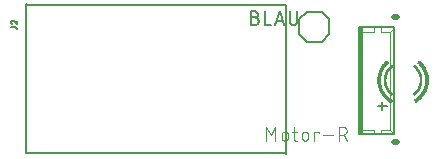
<source format=gbr>
G04 EAGLE Gerber RS-274X export*
G75*
%MOMM*%
%FSLAX34Y34*%
%LPD*%
%INSilkscreen Top*%
%IPPOS*%
%AMOC8*
5,1,8,0,0,1.08239X$1,22.5*%
G01*
%ADD10C,0.152400*%
%ADD11C,0.101600*%
%ADD12C,0.203200*%
%ADD13C,0.050800*%
%ADD14R,0.375000X9.000000*%
%ADD15C,0.015238*%
%ADD16C,0.025400*%
%ADD17C,0.127000*%
%ADD18C,0.508000*%


D10*
X45000Y149000D02*
X45000Y23000D01*
X264000Y23000D01*
X265000Y22000D01*
X265000Y148000D01*
X46000Y148000D01*
X45000Y149000D01*
D11*
X248508Y45192D02*
X248508Y33508D01*
X252403Y38701D02*
X248508Y45192D01*
X252403Y38701D02*
X256297Y45192D01*
X256297Y33508D01*
X261617Y36104D02*
X261617Y38701D01*
X261618Y38701D02*
X261620Y38802D01*
X261626Y38902D01*
X261636Y39002D01*
X261649Y39102D01*
X261667Y39201D01*
X261688Y39300D01*
X261713Y39397D01*
X261742Y39494D01*
X261775Y39589D01*
X261811Y39683D01*
X261851Y39775D01*
X261894Y39866D01*
X261941Y39955D01*
X261991Y40042D01*
X262045Y40128D01*
X262102Y40211D01*
X262162Y40291D01*
X262225Y40370D01*
X262292Y40446D01*
X262361Y40519D01*
X262433Y40589D01*
X262507Y40657D01*
X262584Y40722D01*
X262664Y40783D01*
X262746Y40842D01*
X262830Y40897D01*
X262916Y40949D01*
X263004Y40998D01*
X263094Y41043D01*
X263186Y41085D01*
X263279Y41123D01*
X263374Y41157D01*
X263469Y41188D01*
X263566Y41215D01*
X263664Y41238D01*
X263763Y41258D01*
X263863Y41273D01*
X263963Y41285D01*
X264063Y41293D01*
X264164Y41297D01*
X264264Y41297D01*
X264365Y41293D01*
X264465Y41285D01*
X264565Y41273D01*
X264665Y41258D01*
X264764Y41238D01*
X264862Y41215D01*
X264959Y41188D01*
X265054Y41157D01*
X265149Y41123D01*
X265242Y41085D01*
X265334Y41043D01*
X265424Y40998D01*
X265512Y40949D01*
X265598Y40897D01*
X265682Y40842D01*
X265764Y40783D01*
X265844Y40722D01*
X265921Y40657D01*
X265995Y40589D01*
X266067Y40519D01*
X266136Y40446D01*
X266203Y40370D01*
X266266Y40291D01*
X266326Y40211D01*
X266383Y40128D01*
X266437Y40042D01*
X266487Y39955D01*
X266534Y39866D01*
X266577Y39775D01*
X266617Y39683D01*
X266653Y39589D01*
X266686Y39494D01*
X266715Y39397D01*
X266740Y39300D01*
X266761Y39201D01*
X266779Y39102D01*
X266792Y39002D01*
X266802Y38902D01*
X266808Y38802D01*
X266810Y38701D01*
X266810Y36104D01*
X266808Y36003D01*
X266802Y35903D01*
X266792Y35803D01*
X266779Y35703D01*
X266761Y35604D01*
X266740Y35505D01*
X266715Y35408D01*
X266686Y35311D01*
X266653Y35216D01*
X266617Y35122D01*
X266577Y35030D01*
X266534Y34939D01*
X266487Y34850D01*
X266437Y34763D01*
X266383Y34677D01*
X266326Y34594D01*
X266266Y34514D01*
X266203Y34435D01*
X266136Y34359D01*
X266067Y34286D01*
X265995Y34216D01*
X265921Y34148D01*
X265844Y34083D01*
X265764Y34022D01*
X265682Y33963D01*
X265598Y33908D01*
X265512Y33856D01*
X265424Y33807D01*
X265334Y33762D01*
X265242Y33720D01*
X265149Y33682D01*
X265054Y33648D01*
X264959Y33617D01*
X264862Y33590D01*
X264764Y33567D01*
X264665Y33547D01*
X264565Y33532D01*
X264465Y33520D01*
X264365Y33512D01*
X264264Y33508D01*
X264164Y33508D01*
X264063Y33512D01*
X263963Y33520D01*
X263863Y33532D01*
X263763Y33547D01*
X263664Y33567D01*
X263566Y33590D01*
X263469Y33617D01*
X263374Y33648D01*
X263279Y33682D01*
X263186Y33720D01*
X263094Y33762D01*
X263004Y33807D01*
X262916Y33856D01*
X262830Y33908D01*
X262746Y33963D01*
X262664Y34022D01*
X262584Y34083D01*
X262507Y34148D01*
X262433Y34216D01*
X262361Y34286D01*
X262292Y34359D01*
X262225Y34435D01*
X262162Y34514D01*
X262102Y34594D01*
X262045Y34677D01*
X261991Y34763D01*
X261941Y34850D01*
X261894Y34939D01*
X261851Y35030D01*
X261811Y35122D01*
X261775Y35216D01*
X261742Y35311D01*
X261713Y35408D01*
X261688Y35505D01*
X261667Y35604D01*
X261649Y35703D01*
X261636Y35803D01*
X261626Y35903D01*
X261620Y36003D01*
X261618Y36104D01*
X270556Y41297D02*
X274451Y41297D01*
X271854Y45192D02*
X271854Y35455D01*
X271856Y35368D01*
X271862Y35280D01*
X271872Y35194D01*
X271885Y35107D01*
X271903Y35022D01*
X271924Y34937D01*
X271949Y34853D01*
X271978Y34771D01*
X272011Y34690D01*
X272047Y34610D01*
X272086Y34532D01*
X272130Y34456D01*
X272176Y34382D01*
X272226Y34311D01*
X272279Y34241D01*
X272335Y34174D01*
X272394Y34110D01*
X272456Y34048D01*
X272520Y33989D01*
X272587Y33933D01*
X272657Y33880D01*
X272728Y33830D01*
X272802Y33784D01*
X272878Y33740D01*
X272956Y33701D01*
X273036Y33665D01*
X273117Y33632D01*
X273199Y33603D01*
X273283Y33578D01*
X273368Y33557D01*
X273453Y33539D01*
X273540Y33526D01*
X273626Y33516D01*
X273714Y33510D01*
X273801Y33508D01*
X274451Y33508D01*
X278762Y36104D02*
X278762Y38701D01*
X278763Y38701D02*
X278765Y38802D01*
X278771Y38902D01*
X278781Y39002D01*
X278794Y39102D01*
X278812Y39201D01*
X278833Y39300D01*
X278858Y39397D01*
X278887Y39494D01*
X278920Y39589D01*
X278956Y39683D01*
X278996Y39775D01*
X279039Y39866D01*
X279086Y39955D01*
X279136Y40042D01*
X279190Y40128D01*
X279247Y40211D01*
X279307Y40291D01*
X279370Y40370D01*
X279437Y40446D01*
X279506Y40519D01*
X279578Y40589D01*
X279652Y40657D01*
X279729Y40722D01*
X279809Y40783D01*
X279891Y40842D01*
X279975Y40897D01*
X280061Y40949D01*
X280149Y40998D01*
X280239Y41043D01*
X280331Y41085D01*
X280424Y41123D01*
X280519Y41157D01*
X280614Y41188D01*
X280711Y41215D01*
X280809Y41238D01*
X280908Y41258D01*
X281008Y41273D01*
X281108Y41285D01*
X281208Y41293D01*
X281309Y41297D01*
X281409Y41297D01*
X281510Y41293D01*
X281610Y41285D01*
X281710Y41273D01*
X281810Y41258D01*
X281909Y41238D01*
X282007Y41215D01*
X282104Y41188D01*
X282199Y41157D01*
X282294Y41123D01*
X282387Y41085D01*
X282479Y41043D01*
X282569Y40998D01*
X282657Y40949D01*
X282743Y40897D01*
X282827Y40842D01*
X282909Y40783D01*
X282989Y40722D01*
X283066Y40657D01*
X283140Y40589D01*
X283212Y40519D01*
X283281Y40446D01*
X283348Y40370D01*
X283411Y40291D01*
X283471Y40211D01*
X283528Y40128D01*
X283582Y40042D01*
X283632Y39955D01*
X283679Y39866D01*
X283722Y39775D01*
X283762Y39683D01*
X283798Y39589D01*
X283831Y39494D01*
X283860Y39397D01*
X283885Y39300D01*
X283906Y39201D01*
X283924Y39102D01*
X283937Y39002D01*
X283947Y38902D01*
X283953Y38802D01*
X283955Y38701D01*
X283955Y36104D01*
X283953Y36003D01*
X283947Y35903D01*
X283937Y35803D01*
X283924Y35703D01*
X283906Y35604D01*
X283885Y35505D01*
X283860Y35408D01*
X283831Y35311D01*
X283798Y35216D01*
X283762Y35122D01*
X283722Y35030D01*
X283679Y34939D01*
X283632Y34850D01*
X283582Y34763D01*
X283528Y34677D01*
X283471Y34594D01*
X283411Y34514D01*
X283348Y34435D01*
X283281Y34359D01*
X283212Y34286D01*
X283140Y34216D01*
X283066Y34148D01*
X282989Y34083D01*
X282909Y34022D01*
X282827Y33963D01*
X282743Y33908D01*
X282657Y33856D01*
X282569Y33807D01*
X282479Y33762D01*
X282387Y33720D01*
X282294Y33682D01*
X282199Y33648D01*
X282104Y33617D01*
X282007Y33590D01*
X281909Y33567D01*
X281810Y33547D01*
X281710Y33532D01*
X281610Y33520D01*
X281510Y33512D01*
X281409Y33508D01*
X281309Y33508D01*
X281208Y33512D01*
X281108Y33520D01*
X281008Y33532D01*
X280908Y33547D01*
X280809Y33567D01*
X280711Y33590D01*
X280614Y33617D01*
X280519Y33648D01*
X280424Y33682D01*
X280331Y33720D01*
X280239Y33762D01*
X280149Y33807D01*
X280061Y33856D01*
X279975Y33908D01*
X279891Y33963D01*
X279809Y34022D01*
X279729Y34083D01*
X279652Y34148D01*
X279578Y34216D01*
X279506Y34286D01*
X279437Y34359D01*
X279370Y34435D01*
X279307Y34514D01*
X279247Y34594D01*
X279190Y34677D01*
X279136Y34763D01*
X279086Y34850D01*
X279039Y34939D01*
X278996Y35030D01*
X278956Y35122D01*
X278920Y35216D01*
X278887Y35311D01*
X278858Y35408D01*
X278833Y35505D01*
X278812Y35604D01*
X278794Y35703D01*
X278781Y35803D01*
X278771Y35903D01*
X278765Y36003D01*
X278763Y36104D01*
X289116Y33508D02*
X289116Y41297D01*
X293010Y41297D01*
X293010Y39999D01*
X296895Y38052D02*
X304684Y38052D01*
X310191Y33508D02*
X310191Y45192D01*
X313436Y45192D01*
X313549Y45190D01*
X313662Y45184D01*
X313775Y45174D01*
X313888Y45160D01*
X314000Y45143D01*
X314111Y45121D01*
X314221Y45096D01*
X314331Y45066D01*
X314439Y45033D01*
X314546Y44996D01*
X314652Y44956D01*
X314756Y44911D01*
X314859Y44863D01*
X314960Y44812D01*
X315059Y44757D01*
X315156Y44699D01*
X315251Y44637D01*
X315344Y44572D01*
X315434Y44504D01*
X315522Y44433D01*
X315608Y44358D01*
X315691Y44281D01*
X315771Y44201D01*
X315848Y44118D01*
X315923Y44032D01*
X315994Y43944D01*
X316062Y43854D01*
X316127Y43761D01*
X316189Y43666D01*
X316247Y43569D01*
X316302Y43470D01*
X316353Y43369D01*
X316401Y43266D01*
X316446Y43162D01*
X316486Y43056D01*
X316523Y42949D01*
X316556Y42841D01*
X316586Y42731D01*
X316611Y42621D01*
X316633Y42510D01*
X316650Y42398D01*
X316664Y42285D01*
X316674Y42172D01*
X316680Y42059D01*
X316682Y41946D01*
X316680Y41833D01*
X316674Y41720D01*
X316664Y41607D01*
X316650Y41494D01*
X316633Y41382D01*
X316611Y41271D01*
X316586Y41161D01*
X316556Y41051D01*
X316523Y40943D01*
X316486Y40836D01*
X316446Y40730D01*
X316401Y40626D01*
X316353Y40523D01*
X316302Y40422D01*
X316247Y40323D01*
X316189Y40226D01*
X316127Y40131D01*
X316062Y40038D01*
X315994Y39948D01*
X315923Y39860D01*
X315848Y39774D01*
X315771Y39691D01*
X315691Y39611D01*
X315608Y39534D01*
X315522Y39459D01*
X315434Y39388D01*
X315344Y39320D01*
X315251Y39255D01*
X315156Y39193D01*
X315059Y39135D01*
X314960Y39080D01*
X314859Y39029D01*
X314756Y38981D01*
X314652Y38936D01*
X314546Y38896D01*
X314439Y38859D01*
X314331Y38826D01*
X314221Y38796D01*
X314111Y38771D01*
X314000Y38749D01*
X313888Y38732D01*
X313775Y38718D01*
X313662Y38708D01*
X313549Y38702D01*
X313436Y38700D01*
X313436Y38701D02*
X310191Y38701D01*
X314085Y38701D02*
X316682Y33508D01*
D12*
X327100Y38950D02*
X327100Y129450D01*
X327100Y38950D02*
X357100Y38950D01*
X357100Y129450D01*
X327100Y129450D01*
D13*
X339600Y129200D02*
X339600Y125450D01*
X329600Y125450D01*
X339600Y42950D02*
X339600Y39200D01*
X339600Y42950D02*
X329600Y42950D01*
X345850Y125450D02*
X345850Y129200D01*
X345850Y42950D02*
X345850Y39200D01*
X345850Y125450D02*
X353350Y125450D01*
X353350Y42950D01*
X345850Y42950D01*
X353350Y42950D02*
X355850Y40450D01*
X353350Y125450D02*
X355850Y127950D01*
D14*
X328975Y84200D03*
D15*
X354682Y97915D02*
X355479Y96798D01*
X355479Y96799D02*
X355197Y96590D01*
X354920Y96374D01*
X354649Y96152D01*
X354383Y95924D01*
X354122Y95689D01*
X353867Y95448D01*
X353619Y95200D01*
X353376Y94947D01*
X353139Y94688D01*
X352909Y94424D01*
X352685Y94153D01*
X352468Y93878D01*
X352257Y93598D01*
X352053Y93312D01*
X351856Y93022D01*
X351666Y92727D01*
X351484Y92427D01*
X351308Y92123D01*
X351140Y91815D01*
X350980Y91503D01*
X350827Y91188D01*
X350682Y90868D01*
X350544Y90546D01*
X350414Y90220D01*
X350292Y89891D01*
X350178Y89559D01*
X350073Y89224D01*
X349975Y88888D01*
X349885Y88548D01*
X349804Y88207D01*
X349731Y87864D01*
X349666Y87519D01*
X349609Y87173D01*
X349561Y86826D01*
X349521Y86477D01*
X349490Y86128D01*
X349467Y85778D01*
X349452Y85427D01*
X349446Y85076D01*
X348075Y85076D01*
X348074Y85076D01*
X348081Y85461D01*
X348096Y85844D01*
X348121Y86228D01*
X348156Y86611D01*
X348199Y86992D01*
X348252Y87373D01*
X348314Y87752D01*
X348385Y88130D01*
X348465Y88506D01*
X348554Y88880D01*
X348652Y89251D01*
X348759Y89620D01*
X348875Y89986D01*
X348999Y90350D01*
X349133Y90710D01*
X349275Y91067D01*
X349426Y91421D01*
X349585Y91770D01*
X349752Y92116D01*
X349928Y92458D01*
X350112Y92795D01*
X350304Y93128D01*
X350504Y93456D01*
X350712Y93779D01*
X350928Y94097D01*
X351151Y94410D01*
X351382Y94717D01*
X351620Y95019D01*
X351865Y95315D01*
X352118Y95604D01*
X352377Y95888D01*
X352643Y96165D01*
X352916Y96436D01*
X353195Y96700D01*
X353480Y96957D01*
X353772Y97208D01*
X354069Y97451D01*
X354373Y97687D01*
X354682Y97915D01*
X354765Y97799D01*
X354459Y97572D01*
X354158Y97339D01*
X353863Y97098D01*
X353574Y96849D01*
X353292Y96595D01*
X353015Y96333D01*
X352745Y96065D01*
X352481Y95790D01*
X352224Y95509D01*
X351974Y95222D01*
X351731Y94929D01*
X351495Y94630D01*
X351266Y94325D01*
X351045Y94015D01*
X350832Y93700D01*
X350625Y93380D01*
X350427Y93055D01*
X350237Y92725D01*
X350055Y92391D01*
X349880Y92052D01*
X349714Y91710D01*
X349557Y91363D01*
X349407Y91013D01*
X349266Y90659D01*
X349134Y90302D01*
X349011Y89942D01*
X348896Y89579D01*
X348790Y89213D01*
X348693Y88845D01*
X348604Y88475D01*
X348525Y88102D01*
X348455Y87728D01*
X348393Y87352D01*
X348341Y86975D01*
X348298Y86597D01*
X348264Y86217D01*
X348239Y85838D01*
X348224Y85457D01*
X348217Y85076D01*
X348360Y85076D01*
X348367Y85454D01*
X348382Y85831D01*
X348407Y86207D01*
X348440Y86583D01*
X348483Y86958D01*
X348535Y87331D01*
X348595Y87704D01*
X348665Y88075D01*
X348744Y88444D01*
X348831Y88811D01*
X348928Y89175D01*
X349033Y89538D01*
X349147Y89897D01*
X349269Y90254D01*
X349400Y90608D01*
X349540Y90959D01*
X349687Y91306D01*
X349844Y91649D01*
X350008Y91989D01*
X350181Y92324D01*
X350362Y92655D01*
X350550Y92982D01*
X350747Y93304D01*
X350951Y93621D01*
X351163Y93934D01*
X351382Y94241D01*
X351608Y94542D01*
X351842Y94838D01*
X352083Y95129D01*
X352331Y95413D01*
X352585Y95692D01*
X352846Y95964D01*
X353114Y96230D01*
X353388Y96489D01*
X353668Y96742D01*
X353955Y96988D01*
X354247Y97226D01*
X354545Y97458D01*
X354848Y97683D01*
X354931Y97566D01*
X354630Y97344D01*
X354335Y97114D01*
X354046Y96878D01*
X353763Y96634D01*
X353485Y96384D01*
X353213Y96127D01*
X352948Y95863D01*
X352689Y95594D01*
X352437Y95318D01*
X352192Y95036D01*
X351953Y94748D01*
X351721Y94455D01*
X351497Y94156D01*
X351280Y93852D01*
X351070Y93542D01*
X350868Y93228D01*
X350673Y92909D01*
X350486Y92585D01*
X350307Y92257D01*
X350136Y91925D01*
X349973Y91588D01*
X349818Y91248D01*
X349672Y90904D01*
X349534Y90557D01*
X349404Y90206D01*
X349282Y89853D01*
X349170Y89496D01*
X349066Y89137D01*
X348970Y88776D01*
X348883Y88412D01*
X348805Y88047D01*
X348736Y87679D01*
X348676Y87311D01*
X348625Y86940D01*
X348583Y86569D01*
X348549Y86197D01*
X348525Y85824D01*
X348510Y85450D01*
X348503Y85076D01*
X348646Y85076D01*
X348652Y85447D01*
X348668Y85817D01*
X348692Y86186D01*
X348725Y86555D01*
X348767Y86923D01*
X348818Y87290D01*
X348877Y87655D01*
X348946Y88019D01*
X349023Y88381D01*
X349109Y88741D01*
X349203Y89100D01*
X349307Y89455D01*
X349418Y89808D01*
X349538Y90158D01*
X349667Y90506D01*
X349804Y90850D01*
X349949Y91190D01*
X350103Y91528D01*
X350264Y91861D01*
X350434Y92190D01*
X350611Y92515D01*
X350796Y92836D01*
X350989Y93152D01*
X351189Y93463D01*
X351397Y93770D01*
X351612Y94071D01*
X351835Y94367D01*
X352064Y94658D01*
X352300Y94943D01*
X352544Y95222D01*
X352793Y95496D01*
X353050Y95763D01*
X353313Y96024D01*
X353582Y96278D01*
X353857Y96526D01*
X354137Y96768D01*
X354424Y97002D01*
X354716Y97229D01*
X355014Y97450D01*
X355097Y97333D01*
X354802Y97115D01*
X354513Y96890D01*
X354229Y96658D01*
X353951Y96419D01*
X353678Y96173D01*
X353412Y95921D01*
X353151Y95662D01*
X352898Y95398D01*
X352650Y95127D01*
X352409Y94850D01*
X352175Y94568D01*
X351948Y94280D01*
X351727Y93987D01*
X351514Y93688D01*
X351308Y93384D01*
X351110Y93076D01*
X350919Y92763D01*
X350736Y92445D01*
X350560Y92123D01*
X350392Y91797D01*
X350232Y91467D01*
X350080Y91133D01*
X349936Y90795D01*
X349801Y90455D01*
X349673Y90111D01*
X349554Y89764D01*
X349443Y89414D01*
X349341Y89062D01*
X349248Y88707D01*
X349163Y88350D01*
X349086Y87991D01*
X349018Y87631D01*
X348959Y87269D01*
X348909Y86905D01*
X348867Y86541D01*
X348835Y86176D01*
X348811Y85810D01*
X348795Y85443D01*
X348789Y85076D01*
X348932Y85076D01*
X348938Y85440D01*
X348953Y85803D01*
X348977Y86165D01*
X349010Y86527D01*
X349051Y86888D01*
X349101Y87248D01*
X349159Y87607D01*
X349226Y87964D01*
X349302Y88319D01*
X349386Y88672D01*
X349479Y89024D01*
X349580Y89373D01*
X349690Y89719D01*
X349808Y90063D01*
X349934Y90403D01*
X350069Y90741D01*
X350211Y91075D01*
X350362Y91406D01*
X350520Y91733D01*
X350686Y92056D01*
X350860Y92375D01*
X351042Y92690D01*
X351231Y93000D01*
X351428Y93305D01*
X351632Y93606D01*
X351843Y93902D01*
X352061Y94192D01*
X352286Y94478D01*
X352518Y94757D01*
X352756Y95031D01*
X353002Y95300D01*
X353253Y95562D01*
X353511Y95818D01*
X353775Y96068D01*
X354045Y96311D01*
X354320Y96548D01*
X354602Y96778D01*
X354888Y97001D01*
X355180Y97217D01*
X355263Y97101D01*
X354974Y96887D01*
X354690Y96665D01*
X354412Y96438D01*
X354139Y96203D01*
X353871Y95962D01*
X353610Y95715D01*
X353355Y95461D01*
X353106Y95201D01*
X352863Y94936D01*
X352627Y94664D01*
X352397Y94387D01*
X352174Y94105D01*
X351958Y93817D01*
X351749Y93524D01*
X351547Y93227D01*
X351352Y92924D01*
X351165Y92617D01*
X350985Y92305D01*
X350813Y91989D01*
X350648Y91669D01*
X350491Y91345D01*
X350342Y91018D01*
X350201Y90687D01*
X350068Y90352D01*
X349943Y90015D01*
X349826Y89675D01*
X349717Y89331D01*
X349617Y88986D01*
X349525Y88638D01*
X349442Y88288D01*
X349367Y87936D01*
X349300Y87582D01*
X349242Y87227D01*
X349193Y86871D01*
X349152Y86513D01*
X349120Y86155D01*
X349096Y85796D01*
X349081Y85436D01*
X349075Y85076D01*
X349218Y85076D01*
X349224Y85433D01*
X349239Y85789D01*
X349262Y86144D01*
X349294Y86499D01*
X349335Y86853D01*
X349384Y87206D01*
X349441Y87558D01*
X349507Y87908D01*
X349581Y88257D01*
X349664Y88603D01*
X349755Y88948D01*
X349854Y89290D01*
X349962Y89630D01*
X350078Y89967D01*
X350201Y90301D01*
X350333Y90632D01*
X350473Y90960D01*
X350620Y91285D01*
X350776Y91605D01*
X350939Y91922D01*
X351110Y92235D01*
X351288Y92544D01*
X351473Y92848D01*
X351666Y93148D01*
X351866Y93443D01*
X352073Y93733D01*
X352287Y94018D01*
X352508Y94297D01*
X352735Y94572D01*
X352969Y94840D01*
X353210Y95103D01*
X353456Y95361D01*
X353709Y95612D01*
X353968Y95857D01*
X354233Y96095D01*
X354503Y96328D01*
X354779Y96553D01*
X355060Y96772D01*
X355346Y96984D01*
X355430Y96868D01*
X355146Y96658D01*
X354868Y96441D01*
X354594Y96218D01*
X354327Y95988D01*
X354065Y95751D01*
X353809Y95509D01*
X353558Y95260D01*
X353314Y95005D01*
X353076Y94745D01*
X352844Y94479D01*
X352619Y94207D01*
X352400Y93930D01*
X352188Y93648D01*
X351983Y93361D01*
X351785Y93069D01*
X351594Y92772D01*
X351411Y92471D01*
X351234Y92165D01*
X351065Y91855D01*
X350904Y91541D01*
X350750Y91224D01*
X350604Y90903D01*
X350465Y90578D01*
X350335Y90250D01*
X350212Y89919D01*
X350098Y89585D01*
X349991Y89249D01*
X349893Y88910D01*
X349803Y88569D01*
X349721Y88226D01*
X349647Y87881D01*
X349582Y87534D01*
X349525Y87185D01*
X349477Y86836D01*
X349437Y86485D01*
X349405Y86134D01*
X349382Y85782D01*
X349367Y85429D01*
X349361Y85076D01*
X348075Y84925D02*
X349447Y84925D01*
X349446Y84924D02*
X349452Y84573D01*
X349467Y84222D01*
X349490Y83872D01*
X349521Y83522D01*
X349561Y83173D01*
X349609Y82825D01*
X349666Y82479D01*
X349731Y82134D01*
X349804Y81790D01*
X349886Y81449D01*
X349976Y81109D01*
X350074Y80772D01*
X350180Y80437D01*
X350294Y80105D01*
X350416Y79776D01*
X350546Y79450D01*
X350684Y79127D01*
X350829Y78807D01*
X350983Y78491D01*
X351143Y78179D01*
X351312Y77871D01*
X351487Y77567D01*
X351670Y77267D01*
X351860Y76972D01*
X352058Y76681D01*
X352262Y76396D01*
X352473Y76115D01*
X352691Y75840D01*
X352915Y75569D01*
X353146Y75305D01*
X353383Y75046D01*
X353626Y74792D01*
X353875Y74545D01*
X354130Y74304D01*
X354391Y74069D01*
X354658Y73840D01*
X354930Y73618D01*
X355207Y73403D01*
X354384Y72305D01*
X354080Y72541D01*
X353782Y72784D01*
X353490Y73034D01*
X353204Y73292D01*
X352924Y73556D01*
X352651Y73827D01*
X352385Y74104D01*
X352125Y74388D01*
X351872Y74677D01*
X351626Y74973D01*
X351388Y75275D01*
X351157Y75582D01*
X350933Y75895D01*
X350717Y76214D01*
X350509Y76537D01*
X350308Y76865D01*
X350116Y77198D01*
X349932Y77536D01*
X349755Y77878D01*
X349588Y78224D01*
X349428Y78574D01*
X349277Y78928D01*
X349135Y79285D01*
X349001Y79646D01*
X348876Y80009D01*
X348760Y80376D01*
X348653Y80745D01*
X348555Y81117D01*
X348465Y81491D01*
X348385Y81867D01*
X348314Y82245D01*
X348252Y82625D01*
X348199Y83006D01*
X348156Y83388D01*
X348121Y83771D01*
X348096Y84155D01*
X348081Y84539D01*
X348074Y84924D01*
X348217Y84924D01*
X348224Y84543D01*
X348239Y84162D01*
X348264Y83782D01*
X348298Y83402D01*
X348341Y83023D01*
X348394Y82646D01*
X348455Y82270D01*
X348525Y81895D01*
X348605Y81522D01*
X348693Y81152D01*
X348791Y80783D01*
X348897Y80417D01*
X349012Y80054D01*
X349136Y79693D01*
X349268Y79336D01*
X349409Y78982D01*
X349559Y78631D01*
X349717Y78285D01*
X349883Y77942D01*
X350058Y77603D01*
X350240Y77268D01*
X350431Y76938D01*
X350630Y76613D01*
X350836Y76293D01*
X351050Y75977D01*
X351272Y75667D01*
X351501Y75363D01*
X351737Y75064D01*
X351981Y74770D01*
X352231Y74483D01*
X352489Y74202D01*
X352753Y73927D01*
X353024Y73659D01*
X353301Y73397D01*
X353584Y73142D01*
X353873Y72894D01*
X354169Y72653D01*
X354470Y72419D01*
X354555Y72534D01*
X354257Y72765D01*
X353965Y73004D01*
X353678Y73250D01*
X353397Y73503D01*
X353123Y73762D01*
X352854Y74028D01*
X352593Y74300D01*
X352338Y74579D01*
X352090Y74863D01*
X351848Y75154D01*
X351614Y75450D01*
X351387Y75752D01*
X351168Y76059D01*
X350955Y76372D01*
X350751Y76689D01*
X350554Y77011D01*
X350365Y77338D01*
X350184Y77670D01*
X350011Y78006D01*
X349846Y78345D01*
X349690Y78689D01*
X349542Y79036D01*
X349402Y79387D01*
X349271Y79741D01*
X349148Y80098D01*
X349034Y80459D01*
X348929Y80821D01*
X348832Y81186D01*
X348744Y81554D01*
X348666Y81923D01*
X348596Y82294D01*
X348535Y82667D01*
X348483Y83041D01*
X348440Y83416D01*
X348407Y83792D01*
X348382Y84169D01*
X348367Y84546D01*
X348360Y84924D01*
X348503Y84924D01*
X348510Y84550D01*
X348525Y84176D01*
X348549Y83803D01*
X348583Y83430D01*
X348625Y83058D01*
X348676Y82688D01*
X348737Y82318D01*
X348806Y81951D01*
X348884Y81585D01*
X348971Y81221D01*
X349066Y80859D01*
X349171Y80500D01*
X349284Y80143D01*
X349405Y79789D01*
X349535Y79438D01*
X349674Y79091D01*
X349821Y78747D01*
X349976Y78406D01*
X350139Y78070D01*
X350310Y77737D01*
X350490Y77409D01*
X350677Y77085D01*
X350872Y76765D01*
X351075Y76451D01*
X351285Y76141D01*
X351502Y75837D01*
X351727Y75538D01*
X351959Y75244D01*
X352198Y74956D01*
X352444Y74674D01*
X352697Y74398D01*
X352956Y74129D01*
X353222Y73865D01*
X353494Y73608D01*
X353772Y73358D01*
X354056Y73114D01*
X354346Y72878D01*
X354641Y72648D01*
X354727Y72763D01*
X354434Y72990D01*
X354147Y73224D01*
X353866Y73466D01*
X353590Y73714D01*
X353321Y73968D01*
X353058Y74229D01*
X352801Y74497D01*
X352551Y74770D01*
X352307Y75049D01*
X352070Y75334D01*
X351840Y75625D01*
X351617Y75922D01*
X351402Y76223D01*
X351194Y76530D01*
X350993Y76841D01*
X350800Y77158D01*
X350614Y77479D01*
X350437Y77804D01*
X350267Y78133D01*
X350105Y78467D01*
X349952Y78804D01*
X349806Y79145D01*
X349669Y79490D01*
X349540Y79837D01*
X349420Y80188D01*
X349308Y80541D01*
X349204Y80897D01*
X349110Y81255D01*
X349024Y81616D01*
X348946Y81978D01*
X348878Y82343D01*
X348818Y82709D01*
X348767Y83076D01*
X348725Y83444D01*
X348692Y83813D01*
X348668Y84183D01*
X348652Y84553D01*
X348646Y84924D01*
X348789Y84924D01*
X348795Y84557D01*
X348811Y84190D01*
X348835Y83824D01*
X348867Y83458D01*
X348909Y83093D01*
X348959Y82729D01*
X349019Y82367D01*
X349087Y82006D01*
X349163Y81647D01*
X349248Y81290D01*
X349342Y80935D01*
X349445Y80582D01*
X349555Y80232D01*
X349675Y79885D01*
X349802Y79541D01*
X349938Y79200D01*
X350082Y78862D01*
X350235Y78528D01*
X350395Y78197D01*
X350563Y77871D01*
X350739Y77549D01*
X350923Y77231D01*
X351114Y76917D01*
X351313Y76609D01*
X351519Y76305D01*
X351733Y76006D01*
X351953Y75713D01*
X352181Y75425D01*
X352416Y75142D01*
X352657Y74866D01*
X352905Y74595D01*
X353159Y74330D01*
X353420Y74071D01*
X353687Y73819D01*
X353960Y73573D01*
X354238Y73334D01*
X354523Y73102D01*
X354813Y72877D01*
X354899Y72991D01*
X354611Y73215D01*
X354330Y73445D01*
X354054Y73681D01*
X353783Y73925D01*
X353519Y74174D01*
X353261Y74431D01*
X353009Y74693D01*
X352763Y74961D01*
X352524Y75235D01*
X352292Y75515D01*
X352066Y75800D01*
X351848Y76091D01*
X351636Y76387D01*
X351432Y76688D01*
X351235Y76994D01*
X351046Y77304D01*
X350864Y77619D01*
X350689Y77938D01*
X350523Y78261D01*
X350364Y78589D01*
X350213Y78920D01*
X350071Y79254D01*
X349936Y79592D01*
X349810Y79933D01*
X349691Y80277D01*
X349582Y80624D01*
X349480Y80973D01*
X349387Y81324D01*
X349303Y81678D01*
X349227Y82034D01*
X349160Y82391D01*
X349101Y82750D01*
X349051Y83111D01*
X349010Y83472D01*
X348977Y83834D01*
X348953Y84197D01*
X348938Y84560D01*
X348932Y84924D01*
X349075Y84924D01*
X349081Y84564D01*
X349096Y84204D01*
X349120Y83845D01*
X349152Y83486D01*
X349193Y83128D01*
X349242Y82771D01*
X349300Y82416D01*
X349367Y82062D01*
X349442Y81709D01*
X349526Y81359D01*
X349618Y81011D01*
X349718Y80665D01*
X349827Y80322D01*
X349944Y79981D01*
X350069Y79643D01*
X350203Y79309D01*
X350344Y78977D01*
X350493Y78649D01*
X350651Y78325D01*
X350816Y78005D01*
X350988Y77689D01*
X351168Y77377D01*
X351356Y77070D01*
X351551Y76767D01*
X351754Y76469D01*
X351963Y76176D01*
X352179Y75888D01*
X352403Y75605D01*
X352633Y75328D01*
X352870Y75057D01*
X353113Y74791D01*
X353362Y74531D01*
X353618Y74278D01*
X353880Y74030D01*
X354148Y73789D01*
X354421Y73555D01*
X354700Y73327D01*
X354984Y73106D01*
X355070Y73220D01*
X354788Y73439D01*
X354512Y73665D01*
X354241Y73897D01*
X353976Y74136D01*
X353717Y74381D01*
X353464Y74632D01*
X353217Y74889D01*
X352976Y75152D01*
X352742Y75421D01*
X352514Y75696D01*
X352293Y75975D01*
X352078Y76261D01*
X351871Y76551D01*
X351670Y76846D01*
X351477Y77146D01*
X351291Y77450D01*
X351113Y77759D01*
X350942Y78072D01*
X350779Y78389D01*
X350623Y78710D01*
X350475Y79035D01*
X350335Y79363D01*
X350203Y79694D01*
X350079Y80029D01*
X349963Y80366D01*
X349855Y80706D01*
X349756Y81049D01*
X349665Y81394D01*
X349582Y81741D01*
X349507Y82089D01*
X349441Y82440D01*
X349384Y82792D01*
X349335Y83145D01*
X349294Y83500D01*
X349262Y83855D01*
X349239Y84211D01*
X349224Y84567D01*
X349218Y84924D01*
X349361Y84924D01*
X349367Y84571D01*
X349382Y84218D01*
X349405Y83865D01*
X349437Y83514D01*
X349477Y83163D01*
X349525Y82813D01*
X349582Y82464D01*
X349648Y82117D01*
X349721Y81772D01*
X349803Y81428D01*
X349894Y81087D01*
X349992Y80747D01*
X350099Y80411D01*
X350214Y80077D01*
X350337Y79745D01*
X350467Y79417D01*
X350606Y79092D01*
X350752Y78771D01*
X350906Y78453D01*
X351068Y78139D01*
X351238Y77829D01*
X351414Y77523D01*
X351598Y77222D01*
X351790Y76925D01*
X351988Y76633D01*
X352193Y76345D01*
X352406Y76063D01*
X352625Y75786D01*
X352850Y75514D01*
X353082Y75248D01*
X353321Y74987D01*
X353565Y74733D01*
X353816Y74484D01*
X354073Y74241D01*
X354335Y74005D01*
X354603Y73775D01*
X354877Y73551D01*
X355156Y73335D01*
X379925Y85076D02*
X378553Y85076D01*
X378554Y85076D02*
X378548Y85430D01*
X378533Y85783D01*
X378510Y86136D01*
X378478Y86488D01*
X378437Y86840D01*
X378388Y87190D01*
X378331Y87539D01*
X378265Y87887D01*
X378190Y88233D01*
X378108Y88577D01*
X378017Y88918D01*
X377917Y89258D01*
X377810Y89595D01*
X377694Y89929D01*
X377570Y90261D01*
X377438Y90589D01*
X377298Y90914D01*
X377151Y91235D01*
X376995Y91553D01*
X376832Y91867D01*
X376661Y92177D01*
X376483Y92482D01*
X376298Y92784D01*
X376105Y93080D01*
X375905Y93372D01*
X375698Y93659D01*
X375484Y93941D01*
X375263Y94217D01*
X375036Y94488D01*
X374802Y94753D01*
X374562Y95013D01*
X374316Y95267D01*
X374063Y95515D01*
X373804Y95756D01*
X373540Y95991D01*
X373270Y96220D01*
X372995Y96442D01*
X373837Y97524D01*
X373837Y97525D01*
X374139Y97282D01*
X374435Y97031D01*
X374724Y96774D01*
X375008Y96510D01*
X375284Y96238D01*
X375554Y95961D01*
X375818Y95676D01*
X376074Y95386D01*
X376323Y95089D01*
X376565Y94786D01*
X376799Y94477D01*
X377026Y94163D01*
X377245Y93844D01*
X377456Y93519D01*
X377659Y93189D01*
X377855Y92854D01*
X378042Y92515D01*
X378220Y92171D01*
X378390Y91823D01*
X378552Y91471D01*
X378705Y91115D01*
X378850Y90755D01*
X378985Y90392D01*
X379112Y90026D01*
X379230Y89657D01*
X379339Y89285D01*
X379438Y88911D01*
X379529Y88534D01*
X379610Y88155D01*
X379682Y87774D01*
X379745Y87392D01*
X379799Y87008D01*
X379843Y86623D01*
X379878Y86237D01*
X379903Y85851D01*
X379919Y85464D01*
X379926Y85076D01*
X379783Y85076D01*
X379776Y85460D01*
X379760Y85844D01*
X379735Y86227D01*
X379701Y86609D01*
X379657Y86991D01*
X379604Y87371D01*
X379542Y87750D01*
X379470Y88127D01*
X379389Y88502D01*
X379300Y88876D01*
X379201Y89247D01*
X379093Y89615D01*
X378976Y89981D01*
X378851Y90344D01*
X378716Y90704D01*
X378573Y91060D01*
X378422Y91413D01*
X378261Y91762D01*
X378093Y92107D01*
X377916Y92447D01*
X377730Y92784D01*
X377537Y93115D01*
X377335Y93442D01*
X377126Y93764D01*
X376909Y94081D01*
X376684Y94392D01*
X376452Y94698D01*
X376212Y94998D01*
X375966Y95292D01*
X375712Y95580D01*
X375451Y95862D01*
X375183Y96137D01*
X374909Y96406D01*
X374628Y96668D01*
X374341Y96923D01*
X374048Y97171D01*
X373749Y97412D01*
X373661Y97299D01*
X373958Y97060D01*
X374248Y96815D01*
X374532Y96562D01*
X374811Y96302D01*
X375082Y96036D01*
X375347Y95763D01*
X375606Y95484D01*
X375857Y95199D01*
X376102Y94907D01*
X376339Y94610D01*
X376570Y94307D01*
X376792Y93998D01*
X377007Y93684D01*
X377215Y93366D01*
X377414Y93042D01*
X377606Y92713D01*
X377789Y92380D01*
X377965Y92042D01*
X378132Y91700D01*
X378291Y91355D01*
X378441Y91005D01*
X378583Y90652D01*
X378716Y90296D01*
X378841Y89936D01*
X378956Y89574D01*
X379063Y89209D01*
X379161Y88841D01*
X379250Y88471D01*
X379330Y88099D01*
X379401Y87725D01*
X379462Y87350D01*
X379515Y86973D01*
X379558Y86595D01*
X379593Y86216D01*
X379618Y85837D01*
X379633Y85456D01*
X379640Y85076D01*
X379497Y85076D01*
X379490Y85453D01*
X379475Y85830D01*
X379450Y86206D01*
X379416Y86581D01*
X379373Y86956D01*
X379321Y87329D01*
X379260Y87701D01*
X379190Y88071D01*
X379110Y88440D01*
X379022Y88806D01*
X378925Y89170D01*
X378819Y89532D01*
X378705Y89891D01*
X378582Y90247D01*
X378450Y90601D01*
X378309Y90950D01*
X378160Y91297D01*
X378003Y91639D01*
X377837Y91978D01*
X377663Y92312D01*
X377482Y92642D01*
X377292Y92968D01*
X377094Y93289D01*
X376888Y93605D01*
X376675Y93916D01*
X376455Y94221D01*
X376227Y94522D01*
X375992Y94816D01*
X375749Y95105D01*
X375500Y95388D01*
X375244Y95664D01*
X374981Y95935D01*
X374712Y96199D01*
X374437Y96456D01*
X374155Y96706D01*
X373867Y96950D01*
X373574Y97186D01*
X373486Y97073D01*
X373777Y96839D01*
X374062Y96598D01*
X374341Y96350D01*
X374614Y96095D01*
X374880Y95833D01*
X375141Y95566D01*
X375394Y95292D01*
X375641Y95011D01*
X375881Y94725D01*
X376114Y94434D01*
X376340Y94136D01*
X376559Y93833D01*
X376770Y93525D01*
X376973Y93212D01*
X377169Y92894D01*
X377357Y92572D01*
X377537Y92245D01*
X377710Y91913D01*
X377874Y91578D01*
X378029Y91239D01*
X378177Y90896D01*
X378316Y90549D01*
X378447Y90199D01*
X378569Y89846D01*
X378683Y89491D01*
X378787Y89132D01*
X378884Y88771D01*
X378971Y88408D01*
X379049Y88043D01*
X379119Y87676D01*
X379180Y87308D01*
X379231Y86938D01*
X379274Y86567D01*
X379307Y86195D01*
X379332Y85823D01*
X379347Y85449D01*
X379354Y85076D01*
X379211Y85076D01*
X379204Y85446D01*
X379189Y85816D01*
X379165Y86185D01*
X379132Y86553D01*
X379089Y86921D01*
X379038Y87287D01*
X378978Y87652D01*
X378909Y88015D01*
X378831Y88377D01*
X378745Y88737D01*
X378650Y89094D01*
X378546Y89449D01*
X378433Y89801D01*
X378312Y90151D01*
X378183Y90497D01*
X378045Y90841D01*
X377899Y91180D01*
X377744Y91517D01*
X377582Y91849D01*
X377411Y92177D01*
X377233Y92501D01*
X377046Y92821D01*
X376852Y93136D01*
X376651Y93446D01*
X376442Y93751D01*
X376225Y94051D01*
X376002Y94345D01*
X375771Y94634D01*
X375533Y94918D01*
X375288Y95195D01*
X375037Y95467D01*
X374779Y95732D01*
X374515Y95991D01*
X374245Y96244D01*
X373968Y96489D01*
X373686Y96728D01*
X373398Y96960D01*
X373310Y96848D01*
X373596Y96618D01*
X373875Y96381D01*
X374149Y96137D01*
X374417Y95887D01*
X374678Y95631D01*
X374934Y95368D01*
X375183Y95099D01*
X375425Y94824D01*
X375660Y94544D01*
X375889Y94257D01*
X376111Y93966D01*
X376325Y93668D01*
X376532Y93366D01*
X376732Y93059D01*
X376924Y92747D01*
X377108Y92431D01*
X377285Y92110D01*
X377454Y91785D01*
X377615Y91455D01*
X377768Y91122D01*
X377913Y90786D01*
X378049Y90446D01*
X378178Y90103D01*
X378298Y89756D01*
X378409Y89407D01*
X378512Y89056D01*
X378606Y88702D01*
X378692Y88346D01*
X378769Y87987D01*
X378837Y87627D01*
X378897Y87266D01*
X378947Y86903D01*
X378989Y86539D01*
X379022Y86174D01*
X379046Y85808D01*
X379062Y85442D01*
X379068Y85076D01*
X378925Y85076D01*
X378919Y85439D01*
X378903Y85801D01*
X378880Y86164D01*
X378847Y86525D01*
X378805Y86885D01*
X378755Y87245D01*
X378696Y87603D01*
X378629Y87959D01*
X378552Y88314D01*
X378468Y88667D01*
X378374Y89018D01*
X378272Y89366D01*
X378162Y89712D01*
X378043Y90054D01*
X377916Y90394D01*
X377781Y90731D01*
X377637Y91064D01*
X377486Y91394D01*
X377327Y91720D01*
X377159Y92042D01*
X376984Y92360D01*
X376801Y92673D01*
X376611Y92982D01*
X376413Y93287D01*
X376208Y93586D01*
X375996Y93880D01*
X375776Y94169D01*
X375550Y94453D01*
X375317Y94731D01*
X375077Y95003D01*
X374830Y95269D01*
X374577Y95530D01*
X374318Y95784D01*
X374053Y96031D01*
X373782Y96272D01*
X373505Y96507D01*
X373222Y96735D01*
X373135Y96622D01*
X373415Y96396D01*
X373689Y96164D01*
X373957Y95925D01*
X374220Y95680D01*
X374476Y95428D01*
X374727Y95171D01*
X374971Y94907D01*
X375209Y94637D01*
X375439Y94362D01*
X375664Y94081D01*
X375881Y93795D01*
X376091Y93503D01*
X376294Y93207D01*
X376490Y92906D01*
X376679Y92600D01*
X376860Y92289D01*
X377033Y91975D01*
X377199Y91656D01*
X377357Y91333D01*
X377507Y91006D01*
X377649Y90676D01*
X377783Y90343D01*
X377908Y90006D01*
X378026Y89667D01*
X378135Y89324D01*
X378236Y88979D01*
X378329Y88632D01*
X378413Y88283D01*
X378488Y87931D01*
X378555Y87578D01*
X378614Y87224D01*
X378664Y86868D01*
X378705Y86511D01*
X378737Y86153D01*
X378761Y85794D01*
X378776Y85435D01*
X378782Y85076D01*
X378639Y85076D01*
X378633Y85432D01*
X378618Y85787D01*
X378594Y86142D01*
X378562Y86497D01*
X378522Y86850D01*
X378472Y87203D01*
X378415Y87554D01*
X378348Y87903D01*
X378273Y88251D01*
X378190Y88597D01*
X378098Y88941D01*
X377999Y89283D01*
X377890Y89622D01*
X377774Y89958D01*
X377649Y90291D01*
X377517Y90621D01*
X377376Y90948D01*
X377227Y91272D01*
X377071Y91591D01*
X376907Y91907D01*
X376735Y92219D01*
X376556Y92526D01*
X376370Y92829D01*
X376176Y93127D01*
X375974Y93421D01*
X375766Y93710D01*
X375551Y93993D01*
X375329Y94271D01*
X375100Y94544D01*
X374865Y94811D01*
X374623Y95072D01*
X374376Y95327D01*
X374121Y95576D01*
X373861Y95819D01*
X373596Y96056D01*
X373324Y96286D01*
X373047Y96509D01*
X373837Y72476D02*
X372994Y73559D01*
X372995Y73558D02*
X373270Y73780D01*
X373540Y74009D01*
X373804Y74244D01*
X374063Y74485D01*
X374316Y74733D01*
X374562Y74987D01*
X374802Y75247D01*
X375036Y75512D01*
X375263Y75783D01*
X375484Y76059D01*
X375698Y76341D01*
X375905Y76628D01*
X376105Y76920D01*
X376298Y77216D01*
X376483Y77518D01*
X376661Y77823D01*
X376832Y78133D01*
X376995Y78447D01*
X377151Y78765D01*
X377298Y79086D01*
X377438Y79411D01*
X377570Y79739D01*
X377694Y80071D01*
X377810Y80405D01*
X377917Y80742D01*
X378017Y81082D01*
X378108Y81423D01*
X378190Y81767D01*
X378265Y82113D01*
X378331Y82461D01*
X378388Y82810D01*
X378437Y83160D01*
X378478Y83512D01*
X378510Y83864D01*
X378533Y84217D01*
X378548Y84570D01*
X378554Y84924D01*
X379925Y84924D01*
X379926Y84924D01*
X379919Y84536D01*
X379903Y84149D01*
X379878Y83763D01*
X379843Y83377D01*
X379799Y82992D01*
X379745Y82608D01*
X379682Y82226D01*
X379610Y81845D01*
X379529Y81466D01*
X379438Y81089D01*
X379339Y80715D01*
X379230Y80343D01*
X379112Y79974D01*
X378985Y79608D01*
X378850Y79245D01*
X378705Y78885D01*
X378552Y78529D01*
X378390Y78177D01*
X378220Y77829D01*
X378042Y77485D01*
X377855Y77146D01*
X377659Y76811D01*
X377456Y76481D01*
X377245Y76156D01*
X377026Y75837D01*
X376799Y75523D01*
X376565Y75214D01*
X376323Y74911D01*
X376074Y74614D01*
X375818Y74324D01*
X375554Y74039D01*
X375284Y73762D01*
X375008Y73490D01*
X374724Y73226D01*
X374435Y72969D01*
X374139Y72718D01*
X373837Y72475D01*
X373749Y72588D01*
X374048Y72829D01*
X374341Y73077D01*
X374628Y73332D01*
X374909Y73594D01*
X375183Y73863D01*
X375451Y74138D01*
X375712Y74420D01*
X375966Y74708D01*
X376212Y75002D01*
X376452Y75302D01*
X376684Y75608D01*
X376909Y75919D01*
X377126Y76236D01*
X377335Y76558D01*
X377537Y76885D01*
X377730Y77216D01*
X377916Y77553D01*
X378093Y77893D01*
X378261Y78238D01*
X378422Y78587D01*
X378573Y78940D01*
X378716Y79296D01*
X378851Y79656D01*
X378976Y80019D01*
X379093Y80385D01*
X379201Y80753D01*
X379300Y81124D01*
X379389Y81498D01*
X379470Y81873D01*
X379542Y82250D01*
X379604Y82629D01*
X379657Y83009D01*
X379701Y83391D01*
X379735Y83773D01*
X379760Y84156D01*
X379776Y84540D01*
X379783Y84924D01*
X379640Y84924D01*
X379633Y84544D01*
X379618Y84163D01*
X379593Y83784D01*
X379558Y83405D01*
X379515Y83027D01*
X379462Y82650D01*
X379401Y82275D01*
X379330Y81901D01*
X379250Y81529D01*
X379161Y81159D01*
X379063Y80791D01*
X378956Y80426D01*
X378841Y80064D01*
X378716Y79704D01*
X378583Y79348D01*
X378441Y78995D01*
X378291Y78645D01*
X378132Y78300D01*
X377965Y77958D01*
X377789Y77620D01*
X377606Y77287D01*
X377414Y76958D01*
X377215Y76634D01*
X377007Y76316D01*
X376792Y76002D01*
X376570Y75693D01*
X376339Y75390D01*
X376102Y75093D01*
X375857Y74801D01*
X375606Y74516D01*
X375347Y74237D01*
X375082Y73964D01*
X374811Y73698D01*
X374532Y73438D01*
X374248Y73185D01*
X373958Y72940D01*
X373661Y72701D01*
X373574Y72814D01*
X373867Y73050D01*
X374155Y73294D01*
X374437Y73544D01*
X374712Y73801D01*
X374981Y74065D01*
X375244Y74336D01*
X375500Y74612D01*
X375749Y74895D01*
X375992Y75184D01*
X376227Y75478D01*
X376455Y75779D01*
X376675Y76084D01*
X376888Y76395D01*
X377094Y76711D01*
X377292Y77032D01*
X377482Y77358D01*
X377663Y77688D01*
X377837Y78022D01*
X378003Y78361D01*
X378160Y78703D01*
X378309Y79050D01*
X378450Y79399D01*
X378582Y79753D01*
X378705Y80109D01*
X378819Y80468D01*
X378925Y80830D01*
X379022Y81194D01*
X379110Y81560D01*
X379190Y81929D01*
X379260Y82299D01*
X379321Y82671D01*
X379373Y83044D01*
X379416Y83419D01*
X379450Y83794D01*
X379475Y84170D01*
X379490Y84547D01*
X379497Y84924D01*
X379354Y84924D01*
X379347Y84551D01*
X379332Y84177D01*
X379307Y83805D01*
X379274Y83433D01*
X379231Y83062D01*
X379180Y82692D01*
X379119Y82324D01*
X379049Y81957D01*
X378971Y81592D01*
X378884Y81229D01*
X378787Y80868D01*
X378683Y80509D01*
X378569Y80154D01*
X378447Y79801D01*
X378316Y79451D01*
X378177Y79104D01*
X378029Y78761D01*
X377874Y78422D01*
X377710Y78087D01*
X377537Y77755D01*
X377357Y77428D01*
X377169Y77106D01*
X376973Y76788D01*
X376770Y76475D01*
X376559Y76167D01*
X376340Y75864D01*
X376114Y75566D01*
X375881Y75275D01*
X375641Y74989D01*
X375394Y74708D01*
X375141Y74434D01*
X374880Y74167D01*
X374614Y73905D01*
X374341Y73650D01*
X374062Y73402D01*
X373777Y73161D01*
X373486Y72927D01*
X373398Y73040D01*
X373686Y73272D01*
X373968Y73511D01*
X374245Y73756D01*
X374515Y74009D01*
X374779Y74268D01*
X375037Y74533D01*
X375288Y74805D01*
X375533Y75082D01*
X375771Y75366D01*
X376002Y75655D01*
X376225Y75949D01*
X376442Y76249D01*
X376651Y76554D01*
X376852Y76864D01*
X377046Y77179D01*
X377233Y77499D01*
X377411Y77823D01*
X377582Y78151D01*
X377744Y78483D01*
X377899Y78820D01*
X378045Y79159D01*
X378183Y79503D01*
X378312Y79849D01*
X378433Y80199D01*
X378546Y80551D01*
X378650Y80906D01*
X378745Y81263D01*
X378831Y81623D01*
X378909Y81985D01*
X378978Y82348D01*
X379038Y82713D01*
X379089Y83079D01*
X379132Y83447D01*
X379165Y83815D01*
X379189Y84184D01*
X379204Y84554D01*
X379211Y84924D01*
X379068Y84924D01*
X379062Y84558D01*
X379046Y84192D01*
X379022Y83826D01*
X378989Y83461D01*
X378947Y83097D01*
X378897Y82734D01*
X378837Y82373D01*
X378769Y82013D01*
X378692Y81654D01*
X378606Y81298D01*
X378512Y80944D01*
X378409Y80593D01*
X378298Y80244D01*
X378178Y79897D01*
X378049Y79554D01*
X377913Y79214D01*
X377768Y78878D01*
X377615Y78545D01*
X377454Y78215D01*
X377285Y77890D01*
X377108Y77569D01*
X376924Y77253D01*
X376732Y76941D01*
X376532Y76634D01*
X376325Y76332D01*
X376111Y76034D01*
X375889Y75743D01*
X375660Y75456D01*
X375425Y75176D01*
X375183Y74901D01*
X374934Y74632D01*
X374678Y74369D01*
X374417Y74113D01*
X374149Y73863D01*
X373875Y73619D01*
X373596Y73382D01*
X373310Y73152D01*
X373222Y73265D01*
X373505Y73493D01*
X373782Y73728D01*
X374053Y73969D01*
X374318Y74216D01*
X374577Y74470D01*
X374830Y74731D01*
X375077Y74997D01*
X375317Y75269D01*
X375550Y75547D01*
X375776Y75831D01*
X375996Y76120D01*
X376208Y76414D01*
X376413Y76713D01*
X376611Y77018D01*
X376801Y77327D01*
X376984Y77640D01*
X377159Y77958D01*
X377327Y78280D01*
X377486Y78606D01*
X377637Y78936D01*
X377781Y79269D01*
X377916Y79606D01*
X378043Y79946D01*
X378162Y80288D01*
X378272Y80634D01*
X378374Y80982D01*
X378468Y81333D01*
X378552Y81686D01*
X378629Y82041D01*
X378696Y82397D01*
X378755Y82755D01*
X378805Y83115D01*
X378847Y83475D01*
X378880Y83836D01*
X378903Y84199D01*
X378919Y84561D01*
X378925Y84924D01*
X378782Y84924D01*
X378776Y84565D01*
X378761Y84206D01*
X378737Y83847D01*
X378705Y83489D01*
X378664Y83132D01*
X378614Y82776D01*
X378555Y82422D01*
X378488Y82069D01*
X378413Y81717D01*
X378329Y81368D01*
X378236Y81021D01*
X378135Y80676D01*
X378026Y80333D01*
X377908Y79994D01*
X377783Y79657D01*
X377649Y79324D01*
X377507Y78994D01*
X377357Y78667D01*
X377199Y78344D01*
X377033Y78025D01*
X376860Y77711D01*
X376679Y77400D01*
X376490Y77094D01*
X376294Y76793D01*
X376091Y76497D01*
X375881Y76205D01*
X375664Y75919D01*
X375439Y75638D01*
X375209Y75363D01*
X374971Y75093D01*
X374727Y74829D01*
X374476Y74572D01*
X374220Y74320D01*
X373957Y74075D01*
X373689Y73836D01*
X373415Y73604D01*
X373135Y73378D01*
X373047Y73491D01*
X373324Y73714D01*
X373596Y73944D01*
X373861Y74181D01*
X374121Y74424D01*
X374376Y74673D01*
X374623Y74928D01*
X374865Y75189D01*
X375100Y75456D01*
X375329Y75729D01*
X375551Y76007D01*
X375766Y76290D01*
X375974Y76579D01*
X376176Y76873D01*
X376370Y77171D01*
X376556Y77474D01*
X376735Y77781D01*
X376907Y78093D01*
X377071Y78409D01*
X377227Y78728D01*
X377376Y79052D01*
X377517Y79379D01*
X377649Y79709D01*
X377774Y80042D01*
X377890Y80378D01*
X377999Y80717D01*
X378098Y81059D01*
X378190Y81403D01*
X378273Y81749D01*
X378348Y82097D01*
X378415Y82446D01*
X378472Y82797D01*
X378522Y83150D01*
X378562Y83503D01*
X378594Y83858D01*
X378618Y84213D01*
X378633Y84568D01*
X378639Y84924D01*
D16*
X350162Y101406D02*
X351626Y99650D01*
X351625Y99650D02*
X351278Y99349D01*
X350938Y99040D01*
X350605Y98723D01*
X350280Y98398D01*
X349963Y98066D01*
X349654Y97726D01*
X349353Y97378D01*
X349060Y97024D01*
X348777Y96662D01*
X348502Y96294D01*
X348235Y95919D01*
X347978Y95538D01*
X347730Y95151D01*
X347492Y94759D01*
X347263Y94360D01*
X347043Y93956D01*
X346833Y93548D01*
X346633Y93134D01*
X346443Y92715D01*
X346264Y92292D01*
X346094Y91865D01*
X345935Y91434D01*
X345786Y90999D01*
X345647Y90561D01*
X345519Y90120D01*
X345402Y89675D01*
X345295Y89228D01*
X345199Y88779D01*
X345114Y88327D01*
X345040Y87874D01*
X344976Y87418D01*
X344924Y86962D01*
X344882Y86504D01*
X344852Y86046D01*
X344832Y85586D01*
X344823Y85127D01*
X342538Y85126D01*
X342537Y85127D01*
X342547Y85642D01*
X342568Y86157D01*
X342602Y86671D01*
X342648Y87184D01*
X342707Y87696D01*
X342778Y88206D01*
X342861Y88715D01*
X342956Y89221D01*
X343064Y89725D01*
X343183Y90226D01*
X343314Y90724D01*
X343458Y91219D01*
X343613Y91710D01*
X343780Y92198D01*
X343959Y92681D01*
X344149Y93160D01*
X344350Y93634D01*
X344563Y94103D01*
X344787Y94567D01*
X345022Y95026D01*
X345269Y95478D01*
X345525Y95925D01*
X345793Y96365D01*
X346071Y96799D01*
X346359Y97226D01*
X346658Y97646D01*
X346967Y98058D01*
X347285Y98464D01*
X347613Y98861D01*
X347950Y99250D01*
X348297Y99631D01*
X348653Y100004D01*
X349017Y100368D01*
X349390Y100723D01*
X349772Y101069D01*
X350162Y101406D01*
X350316Y101222D01*
X349930Y100889D01*
X349553Y100547D01*
X349184Y100195D01*
X348824Y99835D01*
X348472Y99467D01*
X348129Y99090D01*
X347796Y98705D01*
X347471Y98312D01*
X347157Y97912D01*
X346852Y97504D01*
X346556Y97089D01*
X346271Y96667D01*
X345996Y96238D01*
X345732Y95802D01*
X345478Y95361D01*
X345235Y94913D01*
X345002Y94460D01*
X344781Y94002D01*
X344570Y93538D01*
X344371Y93069D01*
X344183Y92595D01*
X344006Y92118D01*
X343841Y91636D01*
X343688Y91150D01*
X343546Y90661D01*
X343416Y90168D01*
X343298Y89673D01*
X343192Y89175D01*
X343097Y88674D01*
X343015Y88171D01*
X342945Y87667D01*
X342887Y87161D01*
X342842Y86653D01*
X342808Y86145D01*
X342787Y85636D01*
X342777Y85127D01*
X343017Y85127D01*
X343026Y85630D01*
X343048Y86133D01*
X343081Y86636D01*
X343126Y87137D01*
X343183Y87638D01*
X343253Y88136D01*
X343334Y88633D01*
X343427Y89128D01*
X343532Y89621D01*
X343649Y90110D01*
X343777Y90597D01*
X343917Y91081D01*
X344069Y91561D01*
X344232Y92037D01*
X344407Y92510D01*
X344593Y92978D01*
X344790Y93441D01*
X344998Y93900D01*
X345217Y94353D01*
X345447Y94801D01*
X345687Y95244D01*
X345938Y95680D01*
X346200Y96110D01*
X346472Y96534D01*
X346753Y96952D01*
X347045Y97362D01*
X347347Y97765D01*
X347658Y98161D01*
X347978Y98550D01*
X348308Y98930D01*
X348647Y99303D01*
X348994Y99667D01*
X349351Y100023D01*
X349715Y100370D01*
X350088Y100708D01*
X350469Y101038D01*
X350623Y100853D01*
X350246Y100528D01*
X349878Y100193D01*
X349517Y99850D01*
X349165Y99498D01*
X348822Y99138D01*
X348487Y98770D01*
X348161Y98394D01*
X347844Y98010D01*
X347537Y97619D01*
X347239Y97220D01*
X346950Y96814D01*
X346672Y96402D01*
X346403Y95983D01*
X346145Y95558D01*
X345897Y95126D01*
X345659Y94689D01*
X345432Y94246D01*
X345215Y93798D01*
X345010Y93345D01*
X344815Y92887D01*
X344631Y92424D01*
X344459Y91957D01*
X344297Y91486D01*
X344147Y91012D01*
X344009Y90534D01*
X343882Y90053D01*
X343766Y89569D01*
X343663Y89082D01*
X343570Y88593D01*
X343490Y88101D01*
X343422Y87609D01*
X343365Y87114D01*
X343320Y86618D01*
X343287Y86122D01*
X343266Y85624D01*
X343257Y85127D01*
X343497Y85127D01*
X343506Y85619D01*
X343527Y86110D01*
X343560Y86601D01*
X343604Y87091D01*
X343660Y87579D01*
X343728Y88067D01*
X343807Y88552D01*
X343898Y89035D01*
X344001Y89516D01*
X344115Y89995D01*
X344240Y90470D01*
X344377Y90943D01*
X344525Y91412D01*
X344685Y91877D01*
X344855Y92338D01*
X345037Y92796D01*
X345229Y93248D01*
X345433Y93696D01*
X345646Y94139D01*
X345871Y94577D01*
X346106Y95009D01*
X346351Y95435D01*
X346607Y95855D01*
X346872Y96270D01*
X347147Y96677D01*
X347432Y97078D01*
X347727Y97472D01*
X348031Y97859D01*
X348344Y98238D01*
X348666Y98610D01*
X348997Y98974D01*
X349336Y99330D01*
X349684Y99677D01*
X350040Y100017D01*
X350404Y100347D01*
X350777Y100669D01*
X350930Y100484D01*
X350563Y100167D01*
X350203Y99840D01*
X349851Y99505D01*
X349507Y99161D01*
X349171Y98810D01*
X348845Y98450D01*
X348526Y98083D01*
X348217Y97708D01*
X347917Y97325D01*
X347626Y96936D01*
X347344Y96540D01*
X347072Y96137D01*
X346810Y95728D01*
X346558Y95313D01*
X346315Y94891D01*
X346083Y94464D01*
X345861Y94032D01*
X345650Y93594D01*
X345449Y93152D01*
X345259Y92704D01*
X345079Y92253D01*
X344911Y91797D01*
X344753Y91337D01*
X344607Y90874D01*
X344472Y90407D01*
X344348Y89937D01*
X344235Y89464D01*
X344133Y88989D01*
X344044Y88511D01*
X343965Y88032D01*
X343898Y87550D01*
X343843Y87067D01*
X343799Y86583D01*
X343767Y86098D01*
X343746Y85613D01*
X343737Y85127D01*
X343977Y85127D01*
X343986Y85607D01*
X344007Y86087D01*
X344038Y86566D01*
X344082Y87044D01*
X344136Y87521D01*
X344203Y87997D01*
X344280Y88471D01*
X344369Y88942D01*
X344469Y89412D01*
X344581Y89879D01*
X344703Y90343D01*
X344837Y90805D01*
X344982Y91262D01*
X345137Y91717D01*
X345304Y92167D01*
X345481Y92613D01*
X345669Y93055D01*
X345867Y93493D01*
X346076Y93925D01*
X346295Y94352D01*
X346525Y94774D01*
X346764Y95190D01*
X347013Y95601D01*
X347272Y96005D01*
X347541Y96403D01*
X347819Y96794D01*
X348107Y97179D01*
X348403Y97557D01*
X348709Y97927D01*
X349023Y98290D01*
X349346Y98645D01*
X349678Y98993D01*
X350017Y99332D01*
X350365Y99663D01*
X350721Y99986D01*
X351084Y100300D01*
X351237Y100116D01*
X350879Y99805D01*
X350528Y99487D01*
X350184Y99159D01*
X349849Y98824D01*
X349521Y98481D01*
X349202Y98130D01*
X348892Y97771D01*
X348590Y97405D01*
X348297Y97032D01*
X348013Y96652D01*
X347738Y96266D01*
X347473Y95873D01*
X347217Y95473D01*
X346970Y95068D01*
X346734Y94657D01*
X346507Y94240D01*
X346291Y93818D01*
X346085Y93391D01*
X345889Y92959D01*
X345703Y92522D01*
X345528Y92081D01*
X345363Y91637D01*
X345210Y91188D01*
X345067Y90736D01*
X344935Y90280D01*
X344813Y89821D01*
X344703Y89360D01*
X344604Y88896D01*
X344517Y88430D01*
X344440Y87962D01*
X344375Y87492D01*
X344320Y87021D01*
X344278Y86548D01*
X344246Y86075D01*
X344226Y85601D01*
X344217Y85127D01*
X344457Y85127D01*
X344466Y85595D01*
X344486Y86063D01*
X344517Y86531D01*
X344559Y86997D01*
X344613Y87463D01*
X344677Y87927D01*
X344753Y88389D01*
X344840Y88850D01*
X344938Y89308D01*
X345046Y89764D01*
X345166Y90216D01*
X345297Y90666D01*
X345438Y91113D01*
X345590Y91556D01*
X345752Y91996D01*
X345925Y92431D01*
X346108Y92862D01*
X346302Y93289D01*
X346506Y93711D01*
X346720Y94128D01*
X346943Y94539D01*
X347177Y94945D01*
X347420Y95346D01*
X347673Y95740D01*
X347935Y96129D01*
X348206Y96510D01*
X348487Y96886D01*
X348776Y97254D01*
X349074Y97616D01*
X349381Y97970D01*
X349696Y98316D01*
X350019Y98656D01*
X350351Y98987D01*
X350690Y99310D01*
X351037Y99625D01*
X351391Y99931D01*
X351545Y99747D01*
X351195Y99444D01*
X350852Y99133D01*
X350517Y98814D01*
X350190Y98487D01*
X349871Y98152D01*
X349560Y97810D01*
X349257Y97460D01*
X348963Y97103D01*
X348677Y96739D01*
X348400Y96369D01*
X348132Y95991D01*
X347873Y95608D01*
X347623Y95218D01*
X347383Y94823D01*
X347153Y94422D01*
X346932Y94015D01*
X346721Y93604D01*
X346519Y93187D01*
X346328Y92766D01*
X346147Y92340D01*
X345976Y91910D01*
X345816Y91476D01*
X345666Y91038D01*
X345526Y90597D01*
X345398Y90153D01*
X345279Y89706D01*
X345172Y89256D01*
X345075Y88803D01*
X344990Y88349D01*
X344915Y87892D01*
X344851Y87434D01*
X344798Y86974D01*
X344756Y86513D01*
X344726Y86052D01*
X344706Y85589D01*
X344697Y85127D01*
X342538Y84874D02*
X344824Y84874D01*
X344823Y84873D02*
X344832Y84408D01*
X344852Y83943D01*
X344883Y83479D01*
X344926Y83016D01*
X344980Y82554D01*
X345045Y82093D01*
X345121Y81634D01*
X345208Y81177D01*
X345306Y80722D01*
X345416Y80270D01*
X345536Y79820D01*
X345667Y79374D01*
X345809Y78931D01*
X345962Y78491D01*
X346125Y78056D01*
X346299Y77624D01*
X346483Y77197D01*
X346677Y76774D01*
X346882Y76356D01*
X347097Y75943D01*
X347322Y75536D01*
X347556Y75134D01*
X347800Y74738D01*
X348054Y74348D01*
X348317Y73964D01*
X348590Y73587D01*
X348871Y73217D01*
X349161Y72853D01*
X349460Y72497D01*
X349768Y72148D01*
X350084Y71806D01*
X350408Y71472D01*
X350741Y71147D01*
X351081Y70829D01*
X351428Y70520D01*
X351783Y70219D01*
X352145Y69927D01*
X352515Y69644D01*
X352891Y69370D01*
X353273Y69105D01*
X353662Y68849D01*
X354057Y68603D01*
X354458Y68367D01*
X354864Y68140D01*
X353789Y66123D01*
X353788Y66123D01*
X353333Y66377D01*
X352883Y66641D01*
X352441Y66917D01*
X352005Y67203D01*
X351576Y67500D01*
X351154Y67806D01*
X350740Y68124D01*
X350334Y68451D01*
X349936Y68788D01*
X349547Y69134D01*
X349165Y69490D01*
X348793Y69855D01*
X348430Y70229D01*
X348075Y70611D01*
X347730Y71002D01*
X347395Y71402D01*
X347070Y71809D01*
X346754Y72224D01*
X346449Y72647D01*
X346154Y73077D01*
X345870Y73514D01*
X345596Y73958D01*
X345333Y74408D01*
X345081Y74865D01*
X344841Y75327D01*
X344611Y75796D01*
X344393Y76269D01*
X344187Y76748D01*
X343992Y77232D01*
X343810Y77720D01*
X343639Y78213D01*
X343480Y78710D01*
X343333Y79210D01*
X343198Y79714D01*
X343076Y80221D01*
X342966Y80730D01*
X342869Y81243D01*
X342784Y81757D01*
X342711Y82274D01*
X342651Y82791D01*
X342604Y83311D01*
X342569Y83831D01*
X342547Y84352D01*
X342537Y84873D01*
X342777Y84873D01*
X342787Y84358D01*
X342809Y83843D01*
X342843Y83328D01*
X342890Y82815D01*
X342949Y82303D01*
X343021Y81792D01*
X343105Y81284D01*
X343202Y80777D01*
X343310Y80273D01*
X343431Y79772D01*
X343564Y79274D01*
X343709Y78779D01*
X343867Y78288D01*
X344036Y77801D01*
X344216Y77319D01*
X344409Y76840D01*
X344613Y76367D01*
X344828Y75898D01*
X345055Y75435D01*
X345293Y74978D01*
X345542Y74527D01*
X345802Y74081D01*
X346072Y73643D01*
X346353Y73210D01*
X346645Y72785D01*
X346947Y72367D01*
X347259Y71957D01*
X347581Y71554D01*
X347912Y71159D01*
X348253Y70773D01*
X348603Y70394D01*
X348963Y70025D01*
X349331Y69664D01*
X349708Y69312D01*
X350093Y68969D01*
X350487Y68636D01*
X350888Y68313D01*
X351297Y67999D01*
X351714Y67696D01*
X352138Y67403D01*
X352569Y67120D01*
X353007Y66847D01*
X353451Y66586D01*
X353901Y66335D01*
X354014Y66546D01*
X353569Y66794D01*
X353130Y67053D01*
X352697Y67322D01*
X352271Y67602D01*
X351852Y67892D01*
X351440Y68192D01*
X351036Y68502D01*
X350639Y68822D01*
X350250Y69151D01*
X349869Y69490D01*
X349496Y69838D01*
X349132Y70194D01*
X348777Y70560D01*
X348431Y70934D01*
X348094Y71316D01*
X347766Y71706D01*
X347448Y72105D01*
X347140Y72510D01*
X346841Y72924D01*
X346553Y73344D01*
X346275Y73771D01*
X346007Y74205D01*
X345751Y74645D01*
X345504Y75091D01*
X345269Y75543D01*
X345045Y76001D01*
X344832Y76464D01*
X344630Y76932D01*
X344440Y77405D01*
X344261Y77882D01*
X344094Y78364D01*
X343939Y78849D01*
X343796Y79338D01*
X343664Y79831D01*
X343544Y80326D01*
X343437Y80824D01*
X343342Y81325D01*
X343258Y81828D01*
X343187Y82332D01*
X343129Y82839D01*
X343082Y83346D01*
X343048Y83855D01*
X343027Y84364D01*
X343017Y84873D01*
X343257Y84873D01*
X343267Y84370D01*
X343288Y83866D01*
X343322Y83364D01*
X343368Y82862D01*
X343426Y82362D01*
X343496Y81863D01*
X343578Y81366D01*
X343672Y80871D01*
X343779Y80379D01*
X343897Y79889D01*
X344027Y79402D01*
X344169Y78919D01*
X344322Y78439D01*
X344487Y77963D01*
X344664Y77491D01*
X344852Y77024D01*
X345051Y76562D01*
X345262Y76104D01*
X345484Y75651D01*
X345716Y75205D01*
X345959Y74763D01*
X346213Y74328D01*
X346478Y73900D01*
X346752Y73477D01*
X347037Y73062D01*
X347332Y72654D01*
X347637Y72252D01*
X347951Y71859D01*
X348275Y71473D01*
X348608Y71095D01*
X348951Y70725D01*
X349302Y70364D01*
X349662Y70012D01*
X350030Y69668D01*
X350406Y69333D01*
X350791Y69008D01*
X351183Y68692D01*
X351583Y68385D01*
X351990Y68089D01*
X352404Y67802D01*
X352825Y67525D01*
X353253Y67259D01*
X353687Y67003D01*
X354127Y66758D01*
X354240Y66970D01*
X353805Y67212D01*
X353376Y67465D01*
X352954Y67728D01*
X352537Y68002D01*
X352128Y68285D01*
X351726Y68578D01*
X351331Y68881D01*
X350943Y69193D01*
X350563Y69515D01*
X350191Y69846D01*
X349827Y70186D01*
X349471Y70534D01*
X349124Y70891D01*
X348786Y71256D01*
X348457Y71630D01*
X348137Y72011D01*
X347826Y72400D01*
X347525Y72797D01*
X347234Y73200D01*
X346952Y73611D01*
X346680Y74028D01*
X346419Y74452D01*
X346168Y74882D01*
X345928Y75318D01*
X345698Y75759D01*
X345479Y76207D01*
X345271Y76659D01*
X345074Y77116D01*
X344888Y77578D01*
X344713Y78044D01*
X344550Y78514D01*
X344398Y78989D01*
X344258Y79466D01*
X344130Y79947D01*
X344013Y80431D01*
X343908Y80918D01*
X343814Y81407D01*
X343733Y81898D01*
X343664Y82391D01*
X343606Y82886D01*
X343561Y83381D01*
X343528Y83878D01*
X343507Y84376D01*
X343497Y84873D01*
X343737Y84873D01*
X343746Y84382D01*
X343767Y83890D01*
X343800Y83399D01*
X343845Y82909D01*
X343902Y82421D01*
X343971Y81933D01*
X344051Y81448D01*
X344143Y80965D01*
X344247Y80484D01*
X344362Y80006D01*
X344489Y79530D01*
X344628Y79058D01*
X344778Y78590D01*
X344939Y78125D01*
X345112Y77664D01*
X345296Y77208D01*
X345490Y76756D01*
X345696Y76309D01*
X345912Y75867D01*
X346139Y75431D01*
X346377Y75000D01*
X346625Y74575D01*
X346883Y74157D01*
X347151Y73744D01*
X347430Y73339D01*
X347718Y72940D01*
X348015Y72548D01*
X348322Y72164D01*
X348639Y71787D01*
X348964Y71418D01*
X349298Y71057D01*
X349641Y70704D01*
X349992Y70359D01*
X350352Y70024D01*
X350720Y69697D01*
X351095Y69379D01*
X351478Y69070D01*
X351868Y68771D01*
X352266Y68481D01*
X352671Y68201D01*
X353082Y67931D01*
X353499Y67671D01*
X353923Y67421D01*
X354353Y67182D01*
X354466Y67394D01*
X354041Y67630D01*
X353623Y67877D01*
X353210Y68134D01*
X352804Y68401D01*
X352404Y68678D01*
X352011Y68964D01*
X351626Y69260D01*
X351247Y69565D01*
X350876Y69879D01*
X350513Y70202D01*
X350158Y70533D01*
X349811Y70874D01*
X349472Y71222D01*
X349142Y71579D01*
X348820Y71944D01*
X348508Y72316D01*
X348204Y72696D01*
X347910Y73083D01*
X347626Y73477D01*
X347351Y73878D01*
X347086Y74285D01*
X346831Y74699D01*
X346586Y75119D01*
X346351Y75544D01*
X346127Y75975D01*
X345913Y76412D01*
X345710Y76854D01*
X345517Y77300D01*
X345336Y77751D01*
X345165Y78206D01*
X345006Y78665D01*
X344858Y79128D01*
X344721Y79594D01*
X344595Y80064D01*
X344481Y80537D01*
X344378Y81012D01*
X344287Y81489D01*
X344208Y81969D01*
X344140Y82450D01*
X344084Y82933D01*
X344040Y83417D01*
X344007Y83902D01*
X343986Y84387D01*
X343977Y84873D01*
X344217Y84873D01*
X344226Y84393D01*
X344247Y83914D01*
X344279Y83435D01*
X344323Y82956D01*
X344378Y82479D01*
X344445Y82004D01*
X344524Y81530D01*
X344614Y81059D01*
X344715Y80589D01*
X344828Y80122D01*
X344952Y79659D01*
X345087Y79198D01*
X345234Y78741D01*
X345391Y78287D01*
X345560Y77837D01*
X345739Y77392D01*
X345929Y76951D01*
X346130Y76515D01*
X346341Y76083D01*
X346563Y75657D01*
X346794Y75237D01*
X347036Y74822D01*
X347289Y74414D01*
X347550Y74011D01*
X347822Y73615D01*
X348103Y73226D01*
X348394Y72843D01*
X348693Y72468D01*
X349002Y72100D01*
X349319Y71740D01*
X349646Y71388D01*
X349980Y71044D01*
X350323Y70707D01*
X350674Y70380D01*
X351033Y70061D01*
X351399Y69750D01*
X351773Y69449D01*
X352154Y69157D01*
X352542Y68874D01*
X352937Y68601D01*
X353338Y68337D01*
X353746Y68083D01*
X354159Y67839D01*
X354579Y67605D01*
X354692Y67817D01*
X354278Y68048D01*
X353869Y68289D01*
X353466Y68540D01*
X353070Y68800D01*
X352680Y69070D01*
X352297Y69350D01*
X351921Y69638D01*
X351551Y69936D01*
X351189Y70242D01*
X350835Y70558D01*
X350488Y70881D01*
X350150Y71213D01*
X349819Y71554D01*
X349497Y71902D01*
X349183Y72257D01*
X348879Y72621D01*
X348583Y72991D01*
X348296Y73369D01*
X348018Y73753D01*
X347750Y74145D01*
X347491Y74542D01*
X347242Y74946D01*
X347003Y75355D01*
X346774Y75771D01*
X346555Y76191D01*
X346347Y76617D01*
X346148Y77048D01*
X345961Y77484D01*
X345783Y77924D01*
X345617Y78368D01*
X345462Y78816D01*
X345317Y79268D01*
X345183Y79723D01*
X345061Y80181D01*
X344949Y80642D01*
X344849Y81105D01*
X344760Y81571D01*
X344683Y82039D01*
X344617Y82509D01*
X344562Y82980D01*
X344518Y83452D01*
X344487Y83925D01*
X344466Y84399D01*
X344457Y84873D01*
X344697Y84873D01*
X344706Y84405D01*
X344726Y83937D01*
X344758Y83470D01*
X344801Y83003D01*
X344855Y82538D01*
X344920Y82074D01*
X344997Y81612D01*
X345085Y81152D01*
X345184Y80694D01*
X345294Y80239D01*
X345415Y79787D01*
X345547Y79337D01*
X345689Y78891D01*
X345843Y78449D01*
X346007Y78010D01*
X346182Y77576D01*
X346368Y77146D01*
X346563Y76720D01*
X346770Y76299D01*
X346986Y75884D01*
X347212Y75474D01*
X347448Y75069D01*
X347694Y74671D01*
X347949Y74278D01*
X348214Y73892D01*
X348488Y73512D01*
X348772Y73139D01*
X349064Y72773D01*
X349365Y72414D01*
X349675Y72063D01*
X349993Y71719D01*
X350319Y71383D01*
X350654Y71055D01*
X350996Y70736D01*
X351346Y70424D01*
X351703Y70121D01*
X352068Y69828D01*
X352440Y69542D01*
X352818Y69267D01*
X353203Y69000D01*
X353595Y68743D01*
X353992Y68495D01*
X354396Y68257D01*
X354805Y68029D01*
X385462Y85126D02*
X383176Y85126D01*
X383177Y85127D02*
X383168Y85595D01*
X383147Y86063D01*
X383116Y86531D01*
X383073Y86998D01*
X383018Y87463D01*
X382952Y87927D01*
X382875Y88389D01*
X382787Y88849D01*
X382687Y89307D01*
X382576Y89763D01*
X382454Y90215D01*
X382321Y90664D01*
X382177Y91110D01*
X382023Y91553D01*
X381857Y91991D01*
X381681Y92425D01*
X381494Y92855D01*
X381297Y93280D01*
X381090Y93700D01*
X380872Y94115D01*
X380644Y94525D01*
X380407Y94929D01*
X380159Y95327D01*
X379902Y95718D01*
X379635Y96104D01*
X379359Y96483D01*
X379074Y96854D01*
X378780Y97219D01*
X378477Y97577D01*
X378165Y97927D01*
X377845Y98269D01*
X377517Y98603D01*
X377181Y98929D01*
X376836Y99247D01*
X376484Y99557D01*
X377961Y101301D01*
X377961Y101302D01*
X378356Y100955D01*
X378742Y100599D01*
X379119Y100234D01*
X379488Y99859D01*
X379847Y99476D01*
X380196Y99083D01*
X380536Y98683D01*
X380866Y98274D01*
X381186Y97857D01*
X381495Y97433D01*
X381794Y97001D01*
X382083Y96562D01*
X382360Y96116D01*
X382627Y95663D01*
X382882Y95204D01*
X383126Y94739D01*
X383359Y94268D01*
X383580Y93791D01*
X383789Y93309D01*
X383987Y92822D01*
X384172Y92331D01*
X384346Y91835D01*
X384507Y91335D01*
X384656Y90831D01*
X384792Y90324D01*
X384916Y89813D01*
X385028Y89300D01*
X385127Y88784D01*
X385213Y88266D01*
X385287Y87746D01*
X385347Y87224D01*
X385395Y86701D01*
X385431Y86177D01*
X385453Y85652D01*
X385463Y85127D01*
X385223Y85127D01*
X385213Y85646D01*
X385191Y86165D01*
X385156Y86683D01*
X385109Y87200D01*
X385048Y87716D01*
X384976Y88230D01*
X384890Y88743D01*
X384793Y89253D01*
X384682Y89760D01*
X384560Y90265D01*
X384425Y90767D01*
X384277Y91265D01*
X384118Y91759D01*
X383947Y92249D01*
X383763Y92735D01*
X383568Y93216D01*
X383361Y93693D01*
X383143Y94164D01*
X382913Y94630D01*
X382671Y95090D01*
X382419Y95543D01*
X382155Y95991D01*
X381881Y96432D01*
X381596Y96866D01*
X381300Y97293D01*
X380994Y97713D01*
X380678Y98125D01*
X380352Y98529D01*
X380016Y98925D01*
X379670Y99313D01*
X379315Y99692D01*
X378951Y100062D01*
X378578Y100424D01*
X378196Y100776D01*
X377806Y101119D01*
X377651Y100935D01*
X378037Y100597D01*
X378414Y100249D01*
X378783Y99891D01*
X379143Y99525D01*
X379494Y99150D01*
X379835Y98767D01*
X380167Y98375D01*
X380490Y97976D01*
X380802Y97569D01*
X381105Y97154D01*
X381397Y96732D01*
X381679Y96302D01*
X381950Y95866D01*
X382211Y95424D01*
X382460Y94975D01*
X382699Y94521D01*
X382926Y94060D01*
X383142Y93595D01*
X383347Y93124D01*
X383540Y92648D01*
X383721Y92167D01*
X383890Y91683D01*
X384048Y91194D01*
X384193Y90702D01*
X384327Y90206D01*
X384448Y89707D01*
X384557Y89205D01*
X384654Y88701D01*
X384738Y88195D01*
X384810Y87686D01*
X384870Y87176D01*
X384917Y86665D01*
X384951Y86153D01*
X384973Y85640D01*
X384983Y85127D01*
X384743Y85127D01*
X384733Y85634D01*
X384712Y86141D01*
X384677Y86647D01*
X384631Y87153D01*
X384572Y87657D01*
X384501Y88159D01*
X384418Y88660D01*
X384322Y89158D01*
X384214Y89654D01*
X384094Y90147D01*
X383962Y90637D01*
X383818Y91124D01*
X383663Y91607D01*
X383495Y92086D01*
X383316Y92561D01*
X383125Y93031D01*
X382923Y93496D01*
X382710Y93957D01*
X382485Y94412D01*
X382249Y94861D01*
X382002Y95305D01*
X381745Y95742D01*
X381477Y96173D01*
X381198Y96597D01*
X380910Y97014D01*
X380611Y97424D01*
X380302Y97827D01*
X379983Y98222D01*
X379655Y98609D01*
X379317Y98988D01*
X378970Y99358D01*
X378615Y99720D01*
X378250Y100073D01*
X377877Y100417D01*
X377496Y100752D01*
X377341Y100569D01*
X377718Y100238D01*
X378086Y99898D01*
X378446Y99549D01*
X378798Y99191D01*
X379141Y98825D01*
X379474Y98451D01*
X379799Y98068D01*
X380114Y97678D01*
X380419Y97280D01*
X380714Y96875D01*
X381000Y96462D01*
X381275Y96043D01*
X381540Y95617D01*
X381794Y95185D01*
X382038Y94747D01*
X382271Y94303D01*
X382493Y93853D01*
X382704Y93398D01*
X382904Y92938D01*
X383092Y92473D01*
X383270Y92004D01*
X383435Y91531D01*
X383589Y91053D01*
X383731Y90572D01*
X383862Y90088D01*
X383980Y89601D01*
X384087Y89111D01*
X384181Y88618D01*
X384264Y88124D01*
X384334Y87627D01*
X384392Y87129D01*
X384438Y86629D01*
X384472Y86129D01*
X384493Y85628D01*
X384503Y85127D01*
X384263Y85127D01*
X384253Y85622D01*
X384232Y86117D01*
X384199Y86612D01*
X384153Y87105D01*
X384096Y87597D01*
X384026Y88088D01*
X383945Y88577D01*
X383851Y89063D01*
X383746Y89548D01*
X383629Y90029D01*
X383500Y90508D01*
X383360Y90983D01*
X383207Y91455D01*
X383044Y91922D01*
X382869Y92386D01*
X382683Y92845D01*
X382485Y93300D01*
X382277Y93749D01*
X382057Y94194D01*
X381827Y94632D01*
X381586Y95066D01*
X381335Y95493D01*
X381073Y95913D01*
X380801Y96328D01*
X380519Y96735D01*
X380227Y97136D01*
X379925Y97529D01*
X379614Y97914D01*
X379294Y98292D01*
X378964Y98662D01*
X378626Y99024D01*
X378278Y99378D01*
X377922Y99723D01*
X377558Y100059D01*
X377186Y100386D01*
X377031Y100203D01*
X377399Y99879D01*
X377758Y99547D01*
X378110Y99207D01*
X378453Y98857D01*
X378788Y98500D01*
X379113Y98134D01*
X379430Y97761D01*
X379737Y97380D01*
X380035Y96991D01*
X380324Y96596D01*
X380602Y96193D01*
X380871Y95784D01*
X381130Y95368D01*
X381378Y94946D01*
X381616Y94518D01*
X381843Y94085D01*
X382060Y93646D01*
X382266Y93201D01*
X382461Y92752D01*
X382645Y92299D01*
X382818Y91841D01*
X382980Y91379D01*
X383130Y90913D01*
X383269Y90443D01*
X383396Y89970D01*
X383512Y89495D01*
X383616Y89016D01*
X383708Y88535D01*
X383789Y88052D01*
X383858Y87568D01*
X383915Y87081D01*
X383959Y86594D01*
X383992Y86105D01*
X384014Y85616D01*
X384023Y85127D01*
X383783Y85127D01*
X383774Y85610D01*
X383753Y86093D01*
X383720Y86576D01*
X383676Y87058D01*
X383620Y87538D01*
X383552Y88017D01*
X383472Y88494D01*
X383381Y88969D01*
X383278Y89441D01*
X383164Y89911D01*
X383038Y90378D01*
X382901Y90842D01*
X382752Y91302D01*
X382593Y91759D01*
X382422Y92211D01*
X382240Y92660D01*
X382047Y93103D01*
X381844Y93542D01*
X381630Y93976D01*
X381405Y94404D01*
X381170Y94827D01*
X380925Y95243D01*
X380669Y95654D01*
X380404Y96058D01*
X380128Y96456D01*
X379844Y96847D01*
X379549Y97231D01*
X379246Y97607D01*
X378933Y97976D01*
X378611Y98337D01*
X378281Y98690D01*
X377942Y99035D01*
X377595Y99372D01*
X377239Y99700D01*
X376876Y100019D01*
X376721Y99836D01*
X377080Y99521D01*
X377431Y99197D01*
X377774Y98864D01*
X378108Y98523D01*
X378435Y98175D01*
X378752Y97818D01*
X379061Y97453D01*
X379361Y97082D01*
X379652Y96703D01*
X379933Y96317D01*
X380205Y95924D01*
X380467Y95524D01*
X380719Y95119D01*
X380962Y94707D01*
X381194Y94290D01*
X381416Y93867D01*
X381627Y93438D01*
X381828Y93005D01*
X382019Y92567D01*
X382198Y92124D01*
X382367Y91677D01*
X382525Y91226D01*
X382671Y90772D01*
X382807Y90314D01*
X382931Y89852D01*
X383044Y89388D01*
X383146Y88921D01*
X383236Y88452D01*
X383314Y87981D01*
X383381Y87508D01*
X383437Y87034D01*
X383481Y86558D01*
X383513Y86081D01*
X383534Y85604D01*
X383543Y85127D01*
X383303Y85127D01*
X383294Y85598D01*
X383273Y86070D01*
X383241Y86540D01*
X383198Y87010D01*
X383143Y87479D01*
X383077Y87946D01*
X382999Y88411D01*
X382910Y88874D01*
X382810Y89335D01*
X382698Y89793D01*
X382576Y90249D01*
X382442Y90701D01*
X382297Y91150D01*
X382141Y91596D01*
X381975Y92037D01*
X381797Y92474D01*
X381609Y92907D01*
X381411Y93335D01*
X381202Y93758D01*
X380983Y94175D01*
X380754Y94588D01*
X380514Y94994D01*
X380265Y95395D01*
X380006Y95789D01*
X379738Y96177D01*
X379460Y96558D01*
X379173Y96933D01*
X378877Y97300D01*
X378572Y97660D01*
X378258Y98012D01*
X377936Y98357D01*
X377605Y98693D01*
X377267Y99021D01*
X376920Y99341D01*
X376566Y99653D01*
X374759Y66428D02*
X373624Y68413D01*
X373625Y68412D02*
X374023Y68650D01*
X374415Y68896D01*
X374800Y69153D01*
X375180Y69418D01*
X375553Y69692D01*
X375919Y69976D01*
X376278Y70268D01*
X376630Y70569D01*
X376975Y70878D01*
X377312Y71195D01*
X377642Y71521D01*
X377963Y71854D01*
X378277Y72195D01*
X378582Y72544D01*
X378878Y72899D01*
X379166Y73262D01*
X379445Y73632D01*
X379715Y74008D01*
X379976Y74391D01*
X380227Y74780D01*
X380469Y75174D01*
X380702Y75575D01*
X380924Y75981D01*
X381137Y76392D01*
X381340Y76809D01*
X381533Y77230D01*
X381715Y77655D01*
X381887Y78085D01*
X382049Y78519D01*
X382200Y78957D01*
X382341Y79398D01*
X382471Y79843D01*
X382590Y80290D01*
X382698Y80740D01*
X382796Y81193D01*
X382882Y81648D01*
X382957Y82105D01*
X383022Y82564D01*
X383075Y83024D01*
X383117Y83485D01*
X383148Y83947D01*
X383168Y84410D01*
X383177Y84873D01*
X385462Y84873D01*
X385463Y84873D01*
X385453Y84354D01*
X385431Y83835D01*
X385397Y83317D01*
X385350Y82800D01*
X385291Y82285D01*
X385219Y81771D01*
X385135Y81259D01*
X385038Y80749D01*
X384929Y80241D01*
X384808Y79737D01*
X384675Y79235D01*
X384529Y78737D01*
X384372Y78242D01*
X384202Y77752D01*
X384021Y77265D01*
X383828Y76783D01*
X383624Y76306D01*
X383408Y75835D01*
X383181Y75368D01*
X382942Y74907D01*
X382693Y74452D01*
X382432Y74003D01*
X382161Y73561D01*
X381879Y73125D01*
X381587Y72696D01*
X381284Y72274D01*
X380971Y71860D01*
X380649Y71454D01*
X380316Y71055D01*
X379974Y70664D01*
X379623Y70282D01*
X379263Y69909D01*
X378893Y69544D01*
X378515Y69189D01*
X378129Y68842D01*
X377734Y68505D01*
X377331Y68178D01*
X376921Y67861D01*
X376502Y67553D01*
X376077Y67256D01*
X375644Y66969D01*
X375205Y66693D01*
X374759Y66428D01*
X374640Y66636D01*
X375081Y66898D01*
X375515Y67172D01*
X375943Y67455D01*
X376364Y67749D01*
X376777Y68053D01*
X377183Y68367D01*
X377581Y68691D01*
X377972Y69024D01*
X378354Y69366D01*
X378727Y69718D01*
X379093Y70078D01*
X379449Y70447D01*
X379796Y70825D01*
X380134Y71211D01*
X380463Y71605D01*
X380782Y72007D01*
X381091Y72417D01*
X381390Y72834D01*
X381679Y73258D01*
X381958Y73689D01*
X382226Y74126D01*
X382484Y74570D01*
X382730Y75020D01*
X382966Y75475D01*
X383191Y75937D01*
X383404Y76403D01*
X383607Y76875D01*
X383797Y77351D01*
X383976Y77832D01*
X384144Y78317D01*
X384299Y78806D01*
X384443Y79299D01*
X384575Y79795D01*
X384695Y80294D01*
X384803Y80795D01*
X384898Y81300D01*
X384981Y81806D01*
X385052Y82314D01*
X385111Y82824D01*
X385158Y83335D01*
X385192Y83847D01*
X385213Y84360D01*
X385223Y84873D01*
X384983Y84873D01*
X384973Y84365D01*
X384952Y83859D01*
X384918Y83352D01*
X384872Y82847D01*
X384814Y82343D01*
X384744Y81841D01*
X384662Y81340D01*
X384567Y80842D01*
X384461Y80346D01*
X384342Y79853D01*
X384212Y79363D01*
X384070Y78876D01*
X383916Y78392D01*
X383750Y77913D01*
X383573Y77437D01*
X383385Y76967D01*
X383185Y76500D01*
X382974Y76039D01*
X382752Y75583D01*
X382519Y75132D01*
X382275Y74688D01*
X382020Y74249D01*
X381755Y73816D01*
X381479Y73391D01*
X381194Y72971D01*
X380898Y72559D01*
X380592Y72154D01*
X380277Y71757D01*
X379952Y71368D01*
X379618Y70986D01*
X379275Y70612D01*
X378922Y70247D01*
X378561Y69891D01*
X378192Y69543D01*
X377814Y69205D01*
X377428Y68876D01*
X377035Y68556D01*
X376633Y68245D01*
X376225Y67945D01*
X375809Y67654D01*
X375386Y67374D01*
X374957Y67104D01*
X374521Y66844D01*
X374402Y67053D01*
X374833Y67309D01*
X375257Y67576D01*
X375675Y67853D01*
X376086Y68141D01*
X376490Y68438D01*
X376886Y68744D01*
X377276Y69061D01*
X377657Y69386D01*
X378030Y69721D01*
X378395Y70064D01*
X378752Y70417D01*
X379100Y70777D01*
X379440Y71147D01*
X379770Y71524D01*
X380091Y71909D01*
X380403Y72302D01*
X380705Y72702D01*
X380997Y73109D01*
X381280Y73523D01*
X381552Y73944D01*
X381814Y74372D01*
X382066Y74806D01*
X382307Y75245D01*
X382537Y75691D01*
X382757Y76141D01*
X382965Y76597D01*
X383163Y77058D01*
X383349Y77524D01*
X383524Y77993D01*
X383688Y78467D01*
X383840Y78945D01*
X383980Y79426D01*
X384109Y79911D01*
X384226Y80399D01*
X384332Y80889D01*
X384425Y81381D01*
X384507Y81876D01*
X384576Y82373D01*
X384634Y82871D01*
X384679Y83370D01*
X384712Y83870D01*
X384733Y84371D01*
X384743Y84873D01*
X384503Y84873D01*
X384494Y84377D01*
X384473Y83882D01*
X384440Y83388D01*
X384395Y82894D01*
X384338Y82402D01*
X384269Y81911D01*
X384189Y81422D01*
X384096Y80935D01*
X383992Y80451D01*
X383876Y79969D01*
X383749Y79490D01*
X383610Y79015D01*
X383460Y78542D01*
X383298Y78074D01*
X383125Y77610D01*
X382941Y77150D01*
X382746Y76694D01*
X382540Y76244D01*
X382323Y75798D01*
X382095Y75358D01*
X381857Y74924D01*
X381608Y74495D01*
X381349Y74072D01*
X381080Y73656D01*
X380801Y73247D01*
X380512Y72844D01*
X380213Y72449D01*
X379905Y72061D01*
X379588Y71680D01*
X379261Y71307D01*
X378926Y70943D01*
X378582Y70586D01*
X378229Y70238D01*
X377869Y69898D01*
X377500Y69567D01*
X377123Y69246D01*
X376738Y68933D01*
X376346Y68630D01*
X375947Y68336D01*
X375541Y68053D01*
X375128Y67779D01*
X374709Y67515D01*
X374283Y67261D01*
X374164Y67469D01*
X374584Y67720D01*
X374999Y67981D01*
X375407Y68252D01*
X375808Y68532D01*
X376203Y68822D01*
X376590Y69122D01*
X376970Y69431D01*
X377342Y69749D01*
X377707Y70075D01*
X378063Y70411D01*
X378412Y70755D01*
X378752Y71108D01*
X379083Y71468D01*
X379406Y71836D01*
X379719Y72213D01*
X380024Y72596D01*
X380319Y72987D01*
X380604Y73385D01*
X380880Y73789D01*
X381146Y74200D01*
X381402Y74618D01*
X381648Y75041D01*
X381883Y75471D01*
X382108Y75906D01*
X382322Y76346D01*
X382526Y76791D01*
X382719Y77241D01*
X382901Y77696D01*
X383072Y78155D01*
X383232Y78617D01*
X383380Y79084D01*
X383518Y79554D01*
X383644Y80027D01*
X383758Y80503D01*
X383861Y80982D01*
X383952Y81463D01*
X384032Y81946D01*
X384100Y82431D01*
X384156Y82918D01*
X384200Y83405D01*
X384233Y83894D01*
X384254Y84383D01*
X384263Y84873D01*
X384023Y84873D01*
X384014Y84389D01*
X383993Y83906D01*
X383961Y83423D01*
X383917Y82941D01*
X383861Y82460D01*
X383794Y81981D01*
X383716Y81504D01*
X383625Y81029D01*
X383524Y80556D01*
X383411Y80085D01*
X383286Y79618D01*
X383151Y79153D01*
X383004Y78692D01*
X382846Y78235D01*
X382677Y77782D01*
X382497Y77333D01*
X382307Y76888D01*
X382105Y76448D01*
X381893Y76013D01*
X381671Y75584D01*
X381439Y75159D01*
X381196Y74741D01*
X380943Y74328D01*
X380680Y73922D01*
X380408Y73522D01*
X380126Y73129D01*
X379834Y72743D01*
X379533Y72364D01*
X379224Y71993D01*
X378905Y71629D01*
X378578Y71273D01*
X378242Y70924D01*
X377897Y70584D01*
X377545Y70253D01*
X377185Y69930D01*
X376817Y69616D01*
X376442Y69311D01*
X376059Y69015D01*
X375669Y68728D01*
X375273Y68451D01*
X374870Y68183D01*
X374460Y67926D01*
X374045Y67678D01*
X373926Y67886D01*
X374336Y68131D01*
X374741Y68386D01*
X375139Y68650D01*
X375530Y68924D01*
X375915Y69207D01*
X376293Y69499D01*
X376664Y69801D01*
X377028Y70111D01*
X377383Y70430D01*
X377731Y70758D01*
X378071Y71094D01*
X378403Y71438D01*
X378727Y71789D01*
X379041Y72149D01*
X379347Y72516D01*
X379645Y72891D01*
X379932Y73272D01*
X380211Y73660D01*
X380480Y74055D01*
X380740Y74456D01*
X380990Y74864D01*
X381229Y75277D01*
X381459Y75696D01*
X381679Y76121D01*
X381888Y76550D01*
X382087Y76985D01*
X382275Y77424D01*
X382453Y77868D01*
X382620Y78316D01*
X382776Y78767D01*
X382921Y79223D01*
X383055Y79682D01*
X383178Y80143D01*
X383290Y80608D01*
X383390Y81075D01*
X383479Y81545D01*
X383557Y82016D01*
X383623Y82490D01*
X383678Y82964D01*
X383722Y83440D01*
X383753Y83917D01*
X383774Y84395D01*
X383783Y84873D01*
X383543Y84873D01*
X383534Y84401D01*
X383514Y83929D01*
X383482Y83458D01*
X383439Y82988D01*
X383385Y82519D01*
X383319Y82051D01*
X383243Y81586D01*
X383155Y81122D01*
X383055Y80660D01*
X382945Y80202D01*
X382824Y79745D01*
X382691Y79292D01*
X382548Y78842D01*
X382394Y78396D01*
X382229Y77954D01*
X382054Y77516D01*
X381868Y77082D01*
X381671Y76653D01*
X381464Y76228D01*
X381247Y75809D01*
X381020Y75395D01*
X380784Y74987D01*
X380537Y74584D01*
X380280Y74188D01*
X380015Y73798D01*
X379739Y73414D01*
X379455Y73038D01*
X379162Y72668D01*
X378859Y72305D01*
X378548Y71950D01*
X378229Y71603D01*
X377901Y71263D01*
X377565Y70931D01*
X377222Y70608D01*
X376870Y70292D01*
X376511Y69986D01*
X376145Y69688D01*
X375772Y69399D01*
X375392Y69119D01*
X375005Y68849D01*
X374611Y68588D01*
X374212Y68336D01*
X373807Y68095D01*
X373687Y68303D01*
X374088Y68542D01*
X374482Y68790D01*
X374871Y69048D01*
X375253Y69315D01*
X375628Y69591D01*
X375997Y69877D01*
X376359Y70171D01*
X376713Y70474D01*
X377060Y70785D01*
X377399Y71104D01*
X377731Y71432D01*
X378055Y71768D01*
X378370Y72111D01*
X378677Y72462D01*
X378976Y72820D01*
X379265Y73185D01*
X379546Y73557D01*
X379818Y73936D01*
X380081Y74321D01*
X380334Y74712D01*
X380577Y75110D01*
X380811Y75513D01*
X381036Y75922D01*
X381250Y76336D01*
X381454Y76755D01*
X381648Y77179D01*
X381832Y77607D01*
X382005Y78040D01*
X382168Y78477D01*
X382320Y78917D01*
X382461Y79362D01*
X382592Y79809D01*
X382712Y80260D01*
X382821Y80713D01*
X382919Y81169D01*
X383006Y81627D01*
X383082Y82087D01*
X383147Y82548D01*
X383200Y83011D01*
X383243Y83476D01*
X383274Y83941D01*
X383294Y84406D01*
X383303Y84873D01*
D17*
X346728Y66458D02*
X346728Y59092D01*
X342918Y62648D02*
X350792Y62648D01*
X36359Y129436D02*
X32605Y129436D01*
X36359Y129436D02*
X36424Y129434D01*
X36488Y129428D01*
X36552Y129418D01*
X36616Y129405D01*
X36678Y129387D01*
X36739Y129366D01*
X36799Y129342D01*
X36857Y129313D01*
X36914Y129281D01*
X36968Y129246D01*
X37020Y129208D01*
X37070Y129166D01*
X37117Y129122D01*
X37161Y129075D01*
X37203Y129025D01*
X37241Y128973D01*
X37276Y128919D01*
X37308Y128862D01*
X37337Y128804D01*
X37361Y128744D01*
X37382Y128683D01*
X37400Y128621D01*
X37413Y128557D01*
X37423Y128493D01*
X37429Y128429D01*
X37431Y128364D01*
X37431Y127827D01*
X32605Y133858D02*
X32607Y133926D01*
X32613Y133993D01*
X32622Y134060D01*
X32635Y134127D01*
X32652Y134192D01*
X32673Y134257D01*
X32697Y134320D01*
X32725Y134382D01*
X32756Y134442D01*
X32790Y134500D01*
X32828Y134556D01*
X32868Y134611D01*
X32912Y134662D01*
X32959Y134711D01*
X33008Y134758D01*
X33059Y134802D01*
X33114Y134842D01*
X33170Y134880D01*
X33228Y134914D01*
X33288Y134945D01*
X33350Y134973D01*
X33413Y134997D01*
X33478Y135018D01*
X33543Y135035D01*
X33610Y135048D01*
X33677Y135057D01*
X33744Y135063D01*
X33812Y135065D01*
X32605Y133858D02*
X32607Y133780D01*
X32613Y133702D01*
X32623Y133625D01*
X32636Y133548D01*
X32654Y133472D01*
X32675Y133397D01*
X32700Y133323D01*
X32729Y133251D01*
X32761Y133180D01*
X32797Y133111D01*
X32836Y133043D01*
X32879Y132978D01*
X32925Y132915D01*
X32974Y132854D01*
X33026Y132796D01*
X33081Y132741D01*
X33138Y132688D01*
X33198Y132639D01*
X33261Y132592D01*
X33326Y132549D01*
X33392Y132509D01*
X33461Y132472D01*
X33532Y132439D01*
X33604Y132409D01*
X33678Y132383D01*
X34750Y134663D02*
X34701Y134712D01*
X34649Y134759D01*
X34594Y134802D01*
X34537Y134843D01*
X34478Y134881D01*
X34417Y134915D01*
X34354Y134946D01*
X34290Y134974D01*
X34224Y134998D01*
X34158Y135018D01*
X34090Y135035D01*
X34021Y135048D01*
X33952Y135057D01*
X33882Y135063D01*
X33812Y135065D01*
X34750Y134663D02*
X37431Y132384D01*
X37431Y135065D01*
D18*
X356730Y138000D02*
X359270Y138000D01*
X359270Y32000D02*
X356730Y32000D01*
D10*
X301700Y123650D02*
X301700Y136350D01*
X301700Y123650D02*
X295350Y117300D01*
X282650Y117300D01*
X276300Y123650D01*
X282650Y142700D02*
X295350Y142700D01*
X301700Y136350D01*
X282650Y142700D02*
X276300Y136350D01*
X276300Y123650D01*
D17*
X239077Y137997D02*
X235902Y137997D01*
X239077Y137997D02*
X239188Y137995D01*
X239298Y137989D01*
X239409Y137980D01*
X239519Y137966D01*
X239628Y137949D01*
X239737Y137928D01*
X239845Y137903D01*
X239952Y137874D01*
X240058Y137842D01*
X240163Y137806D01*
X240266Y137766D01*
X240368Y137723D01*
X240469Y137676D01*
X240568Y137625D01*
X240665Y137572D01*
X240759Y137515D01*
X240852Y137454D01*
X240943Y137391D01*
X241032Y137324D01*
X241118Y137254D01*
X241201Y137181D01*
X241283Y137106D01*
X241361Y137028D01*
X241436Y136946D01*
X241509Y136863D01*
X241579Y136777D01*
X241646Y136688D01*
X241709Y136597D01*
X241770Y136504D01*
X241827Y136409D01*
X241880Y136313D01*
X241931Y136214D01*
X241978Y136113D01*
X242021Y136011D01*
X242061Y135908D01*
X242097Y135803D01*
X242129Y135697D01*
X242158Y135590D01*
X242183Y135482D01*
X242204Y135373D01*
X242221Y135264D01*
X242235Y135154D01*
X242244Y135043D01*
X242250Y134933D01*
X242252Y134822D01*
X242250Y134711D01*
X242244Y134601D01*
X242235Y134490D01*
X242221Y134380D01*
X242204Y134271D01*
X242183Y134162D01*
X242158Y134054D01*
X242129Y133947D01*
X242097Y133841D01*
X242061Y133736D01*
X242021Y133633D01*
X241978Y133531D01*
X241931Y133430D01*
X241880Y133331D01*
X241827Y133234D01*
X241770Y133140D01*
X241709Y133047D01*
X241646Y132956D01*
X241579Y132867D01*
X241509Y132781D01*
X241436Y132698D01*
X241361Y132616D01*
X241283Y132538D01*
X241201Y132463D01*
X241118Y132390D01*
X241032Y132320D01*
X240943Y132253D01*
X240852Y132190D01*
X240759Y132129D01*
X240664Y132072D01*
X240568Y132019D01*
X240469Y131968D01*
X240368Y131921D01*
X240266Y131878D01*
X240163Y131838D01*
X240058Y131802D01*
X239952Y131770D01*
X239845Y131741D01*
X239737Y131716D01*
X239628Y131695D01*
X239519Y131678D01*
X239409Y131664D01*
X239298Y131655D01*
X239188Y131649D01*
X239077Y131647D01*
X235902Y131647D01*
X235902Y143077D01*
X239077Y143077D01*
X239177Y143075D01*
X239276Y143069D01*
X239376Y143059D01*
X239474Y143046D01*
X239573Y143028D01*
X239670Y143007D01*
X239766Y142982D01*
X239862Y142953D01*
X239956Y142920D01*
X240049Y142884D01*
X240140Y142844D01*
X240230Y142800D01*
X240318Y142753D01*
X240404Y142703D01*
X240488Y142649D01*
X240570Y142592D01*
X240649Y142532D01*
X240727Y142468D01*
X240801Y142402D01*
X240873Y142333D01*
X240942Y142261D01*
X241008Y142187D01*
X241072Y142109D01*
X241132Y142030D01*
X241189Y141948D01*
X241243Y141864D01*
X241293Y141778D01*
X241340Y141690D01*
X241384Y141600D01*
X241424Y141509D01*
X241460Y141416D01*
X241493Y141322D01*
X241522Y141226D01*
X241547Y141130D01*
X241568Y141033D01*
X241586Y140934D01*
X241599Y140836D01*
X241609Y140736D01*
X241615Y140637D01*
X241617Y140537D01*
X241615Y140437D01*
X241609Y140338D01*
X241599Y140238D01*
X241586Y140140D01*
X241568Y140041D01*
X241547Y139944D01*
X241522Y139848D01*
X241493Y139752D01*
X241460Y139658D01*
X241424Y139565D01*
X241384Y139474D01*
X241340Y139384D01*
X241293Y139296D01*
X241243Y139210D01*
X241189Y139126D01*
X241132Y139044D01*
X241072Y138965D01*
X241008Y138887D01*
X240942Y138813D01*
X240873Y138741D01*
X240801Y138672D01*
X240727Y138606D01*
X240649Y138542D01*
X240570Y138482D01*
X240488Y138425D01*
X240404Y138371D01*
X240318Y138321D01*
X240230Y138274D01*
X240140Y138230D01*
X240049Y138190D01*
X239956Y138154D01*
X239862Y138121D01*
X239766Y138092D01*
X239670Y138067D01*
X239573Y138046D01*
X239474Y138028D01*
X239376Y138015D01*
X239276Y138005D01*
X239177Y137999D01*
X239077Y137997D01*
X247166Y143077D02*
X247166Y131647D01*
X252246Y131647D01*
X256031Y131647D02*
X259841Y143077D01*
X263651Y131647D01*
X262699Y134505D02*
X256984Y134505D01*
X268477Y134822D02*
X268477Y143077D01*
X268477Y134822D02*
X268479Y134711D01*
X268485Y134601D01*
X268494Y134490D01*
X268508Y134380D01*
X268525Y134271D01*
X268546Y134162D01*
X268571Y134054D01*
X268600Y133947D01*
X268632Y133841D01*
X268668Y133736D01*
X268708Y133633D01*
X268751Y133531D01*
X268798Y133430D01*
X268849Y133331D01*
X268902Y133235D01*
X268959Y133140D01*
X269020Y133047D01*
X269083Y132956D01*
X269150Y132867D01*
X269220Y132781D01*
X269293Y132698D01*
X269368Y132616D01*
X269446Y132538D01*
X269528Y132463D01*
X269611Y132390D01*
X269697Y132320D01*
X269786Y132253D01*
X269877Y132190D01*
X269970Y132129D01*
X270065Y132072D01*
X270161Y132019D01*
X270260Y131968D01*
X270361Y131921D01*
X270463Y131878D01*
X270566Y131838D01*
X270671Y131802D01*
X270777Y131770D01*
X270884Y131741D01*
X270992Y131716D01*
X271101Y131695D01*
X271210Y131678D01*
X271320Y131664D01*
X271431Y131655D01*
X271541Y131649D01*
X271652Y131647D01*
X271763Y131649D01*
X271873Y131655D01*
X271984Y131664D01*
X272094Y131678D01*
X272203Y131695D01*
X272312Y131716D01*
X272420Y131741D01*
X272527Y131770D01*
X272633Y131802D01*
X272738Y131838D01*
X272841Y131878D01*
X272943Y131921D01*
X273044Y131968D01*
X273143Y132019D01*
X273239Y132072D01*
X273334Y132129D01*
X273427Y132190D01*
X273518Y132253D01*
X273607Y132320D01*
X273693Y132390D01*
X273776Y132463D01*
X273858Y132538D01*
X273936Y132616D01*
X274011Y132698D01*
X274084Y132781D01*
X274154Y132867D01*
X274221Y132956D01*
X274284Y133047D01*
X274345Y133140D01*
X274402Y133234D01*
X274455Y133331D01*
X274506Y133430D01*
X274553Y133531D01*
X274596Y133633D01*
X274636Y133736D01*
X274672Y133841D01*
X274704Y133947D01*
X274733Y134054D01*
X274758Y134162D01*
X274779Y134271D01*
X274796Y134380D01*
X274810Y134490D01*
X274819Y134601D01*
X274825Y134711D01*
X274827Y134822D01*
X274827Y143077D01*
M02*

</source>
